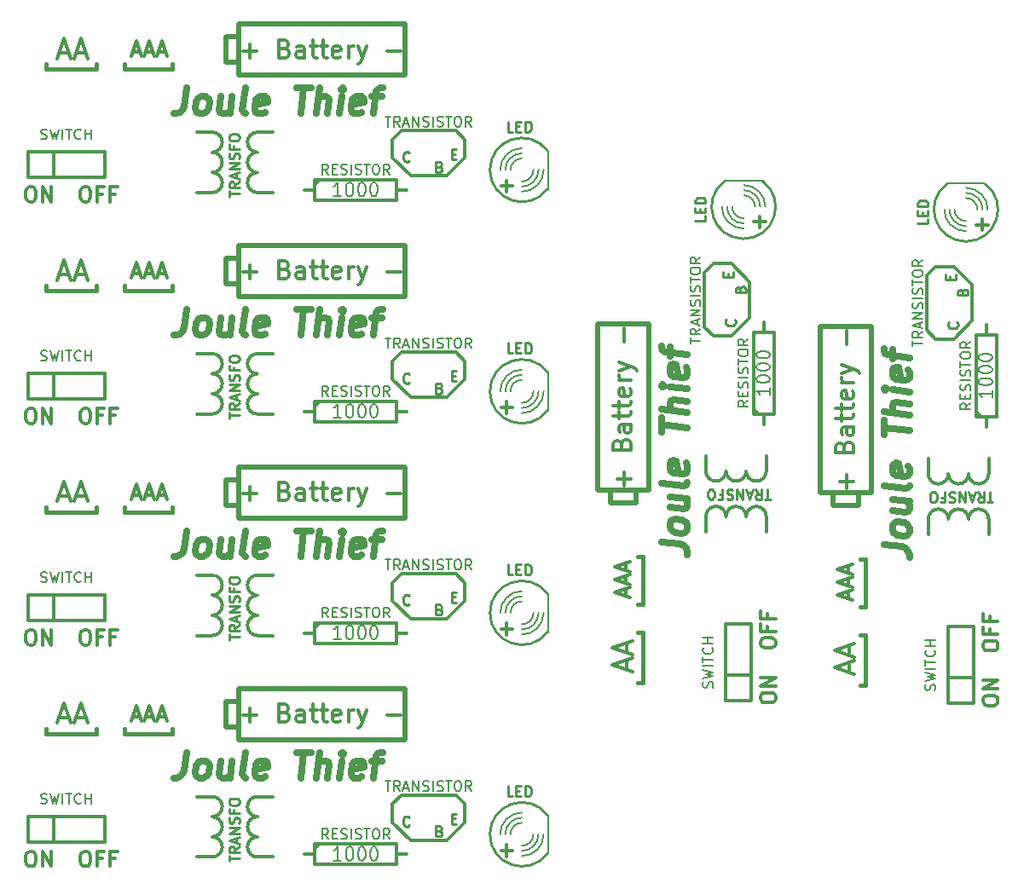
<source format=gto>
%MOIN*%
%OFA0B0*%
%FSLAX46Y46*%
%IPPOS*%
%LPD*%
%ADD10C,0.005905511811023622*%
%ADD11C,0.015748031496062995*%
%ADD12C,0.0078740157480314977*%
%ADD13C,0.011811023622047244*%
%ADD14C,0.025*%
%ADD15C,0.01*%
%ADD16C,0.02*%
%ADD17C,0.008*%
%ADD18C,0.006000000000000001*%
%ADD19C,0.012000000000000002*%
%ADD20C,0.00984251968503937*%
%ADD31C,0.005905511811023622*%
%ADD32C,0.015748031496062995*%
%ADD33C,0.0078740157480314977*%
%ADD34C,0.011811023622047244*%
%ADD35C,0.025*%
%ADD36C,0.01*%
%ADD37C,0.02*%
%ADD38C,0.008*%
%ADD39C,0.006000000000000001*%
%ADD40C,0.012000000000000002*%
%ADD41C,0.00984251968503937*%
%ADD52C,0.005905511811023622*%
%ADD53C,0.015748031496062995*%
%ADD54C,0.0078740157480314977*%
%ADD55C,0.011811023622047244*%
%ADD56C,0.025*%
%ADD57C,0.01*%
%ADD58C,0.02*%
%ADD59C,0.008*%
%ADD60C,0.006000000000000001*%
%ADD61C,0.012000000000000002*%
%ADD62C,0.00984251968503937*%
%ADD73C,0.005905511811023622*%
%ADD74C,0.015748031496062995*%
%ADD75C,0.0078740157480314977*%
%ADD76C,0.011811023622047244*%
%ADD77C,0.025*%
%ADD78C,0.01*%
%ADD79C,0.02*%
%ADD80C,0.008*%
%ADD81C,0.006000000000000001*%
%ADD82C,0.012000000000000002*%
%ADD83C,0.00984251968503937*%
%ADD94C,0.005905511811023622*%
%ADD95C,0.015748031496062995*%
%ADD96C,0.0078740157480314977*%
%ADD97C,0.011811023622047244*%
%ADD98C,0.025*%
%ADD99C,0.01*%
%ADD100C,0.02*%
%ADD101C,0.008*%
%ADD102C,0.006000000000000001*%
%ADD103C,0.012000000000000002*%
%ADD104C,0.00984251968503937*%
%ADD115C,0.005905511811023622*%
%ADD116C,0.015748031496062995*%
%ADD117C,0.0078740157480314977*%
%ADD118C,0.011811023622047244*%
%ADD119C,0.025*%
%ADD120C,0.01*%
%ADD121C,0.02*%
%ADD122C,0.008*%
%ADD123C,0.006000000000000001*%
%ADD124C,0.012000000000000002*%
%ADD125C,0.00984251968503937*%
%LPD*%
G01*
D10*
D11*
X0000638976Y0002280314D02*
X0000638976Y0002299999D01*
X0000451968Y0002280314D02*
X0000638976Y0002280314D01*
X0000451968Y0002299999D02*
X0000451968Y0002280314D01*
X0000343700Y0002290157D02*
X0000343700Y0002299999D01*
X0000146850Y0002280314D02*
X0000343700Y0002280314D01*
X0000146850Y0002299999D02*
X0000146850Y0002280314D01*
D12*
X0001249681Y0001868803D02*
X0001236557Y0001887551D01*
X0001227183Y0001868803D02*
X0001227183Y0001908173D01*
X0001242182Y0001908173D01*
X0001245931Y0001906299D01*
X0001247806Y0001904424D01*
X0001249681Y0001900674D01*
X0001249681Y0001895050D01*
X0001247806Y0001891301D01*
X0001245931Y0001889425D01*
X0001242182Y0001887551D01*
X0001227183Y0001887551D01*
X0001266553Y0001889425D02*
X0001279677Y0001889425D01*
X0001285301Y0001868803D02*
X0001266553Y0001868803D01*
X0001266553Y0001908173D01*
X0001285301Y0001908173D01*
X0001300299Y0001870678D02*
X0001305923Y0001868803D01*
X0001315297Y0001868803D01*
X0001319046Y0001870678D01*
X0001320921Y0001872553D01*
X0001322796Y0001876302D01*
X0001322796Y0001880052D01*
X0001320921Y0001883801D01*
X0001319046Y0001885676D01*
X0001315297Y0001887551D01*
X0001307797Y0001889425D01*
X0001304049Y0001891301D01*
X0001302174Y0001893175D01*
X0001300299Y0001896925D01*
X0001300299Y0001900674D01*
X0001302174Y0001904424D01*
X0001304049Y0001906299D01*
X0001307797Y0001908173D01*
X0001317172Y0001908173D01*
X0001322796Y0001906299D01*
X0001339669Y0001868803D02*
X0001339669Y0001908173D01*
X0001356542Y0001870678D02*
X0001362167Y0001868803D01*
X0001371539Y0001868803D01*
X0001375290Y0001870678D01*
X0001377165Y0001872553D01*
X0001379039Y0001876302D01*
X0001379039Y0001880052D01*
X0001377165Y0001883801D01*
X0001375290Y0001885676D01*
X0001371539Y0001887551D01*
X0001364041Y0001889425D01*
X0001360292Y0001891301D01*
X0001358416Y0001893175D01*
X0001356542Y0001896925D01*
X0001356542Y0001900674D01*
X0001358416Y0001904424D01*
X0001360292Y0001906299D01*
X0001364041Y0001908173D01*
X0001373415Y0001908173D01*
X0001379039Y0001906299D01*
X0001390288Y0001908173D02*
X0001412785Y0001908173D01*
X0001401537Y0001868803D02*
X0001401537Y0001908173D01*
X0001433408Y0001908173D02*
X0001440907Y0001908173D01*
X0001444656Y0001906299D01*
X0001448406Y0001902548D01*
X0001450281Y0001895050D01*
X0001450281Y0001881927D01*
X0001448406Y0001874428D01*
X0001444656Y0001870678D01*
X0001440907Y0001868803D01*
X0001433408Y0001868803D01*
X0001429658Y0001870678D01*
X0001425909Y0001874428D01*
X0001424034Y0001881927D01*
X0001424034Y0001895050D01*
X0001425909Y0001902548D01*
X0001429658Y0001906299D01*
X0001433408Y0001908173D01*
X0001489651Y0001868803D02*
X0001476527Y0001887551D01*
X0001467153Y0001868803D02*
X0001467153Y0001908173D01*
X0001482151Y0001908173D01*
X0001485901Y0001906299D01*
X0001487776Y0001904424D01*
X0001489651Y0001900674D01*
X0001489651Y0001895050D01*
X0001487776Y0001891301D01*
X0001485901Y0001889425D01*
X0001482151Y0001887551D01*
X0001467153Y0001887551D01*
X0000127165Y0002008473D02*
X0000132789Y0002006599D01*
X0000142163Y0002006599D01*
X0000145912Y0002008473D01*
X0000147787Y0002010348D01*
X0000149662Y0002014098D01*
X0000149662Y0002017847D01*
X0000147787Y0002021596D01*
X0000145912Y0002023470D01*
X0000142163Y0002025345D01*
X0000134664Y0002027221D01*
X0000130914Y0002029096D01*
X0000129038Y0002030971D01*
X0000127165Y0002034720D01*
X0000127165Y0002038469D01*
X0000129038Y0002042218D01*
X0000130914Y0002044093D01*
X0000134664Y0002045969D01*
X0000144038Y0002045969D01*
X0000149662Y0002044093D01*
X0000162784Y0002045969D02*
X0000172159Y0002006599D01*
X0000179657Y0002034720D01*
X0000187157Y0002006599D01*
X0000196531Y0002045969D01*
X0000211529Y0002006599D02*
X0000211529Y0002045969D01*
X0000224652Y0002045969D02*
X0000247150Y0002045969D01*
X0000235900Y0002006599D02*
X0000235900Y0002045969D01*
X0000282770Y0002010348D02*
X0000280895Y0002008473D01*
X0000275271Y0002006599D01*
X0000271522Y0002006599D01*
X0000265897Y0002008473D01*
X0000262148Y0002012223D01*
X0000260272Y0002015972D01*
X0000258398Y0002023470D01*
X0000258398Y0002029096D01*
X0000260272Y0002036595D01*
X0000262148Y0002040344D01*
X0000265897Y0002044093D01*
X0000271522Y0002045969D01*
X0000275271Y0002045969D01*
X0000280895Y0002044093D01*
X0000282770Y0002042218D01*
X0000299643Y0002006599D02*
X0000299643Y0002045969D01*
X0000299643Y0002027221D02*
X0000322140Y0002027221D01*
X0000322140Y0002006599D02*
X0000322140Y0002045969D01*
X0001472309Y0002095181D02*
X0001494805Y0002095181D01*
X0001483558Y0002055810D02*
X0001483558Y0002095181D01*
X0001530427Y0002055810D02*
X0001517303Y0002074558D01*
X0001507930Y0002055810D02*
X0001507930Y0002095181D01*
X0001522928Y0002095181D01*
X0001526677Y0002093306D01*
X0001528552Y0002091432D01*
X0001530427Y0002087682D01*
X0001530427Y0002082058D01*
X0001528552Y0002078307D01*
X0001526677Y0002076434D01*
X0001522928Y0002074558D01*
X0001507930Y0002074558D01*
X0001545425Y0002067060D02*
X0001564173Y0002067060D01*
X0001541675Y0002055810D02*
X0001554799Y0002095181D01*
X0001567922Y0002055810D01*
X0001581045Y0002055810D02*
X0001581045Y0002095181D01*
X0001603543Y0002055810D01*
X0001603543Y0002095181D01*
X0001620416Y0002057686D02*
X0001626040Y0002055810D01*
X0001635414Y0002055810D01*
X0001639163Y0002057686D01*
X0001641038Y0002059561D01*
X0001642912Y0002063310D01*
X0001642912Y0002067060D01*
X0001641038Y0002070809D01*
X0001639163Y0002072684D01*
X0001635414Y0002074558D01*
X0001627915Y0002076434D01*
X0001624165Y0002078307D01*
X0001622290Y0002080183D01*
X0001620416Y0002083933D01*
X0001620416Y0002087682D01*
X0001622290Y0002091432D01*
X0001624165Y0002093306D01*
X0001627915Y0002095181D01*
X0001637288Y0002095181D01*
X0001642912Y0002093306D01*
X0001659786Y0002055810D02*
X0001659786Y0002095181D01*
X0001676658Y0002057686D02*
X0001682282Y0002055810D01*
X0001691657Y0002055810D01*
X0001695405Y0002057686D01*
X0001697281Y0002059561D01*
X0001699156Y0002063310D01*
X0001699156Y0002067060D01*
X0001697281Y0002070809D01*
X0001695405Y0002072684D01*
X0001691657Y0002074558D01*
X0001684158Y0002076434D01*
X0001680408Y0002078307D01*
X0001678533Y0002080183D01*
X0001676658Y0002083933D01*
X0001676658Y0002087682D01*
X0001678533Y0002091432D01*
X0001680408Y0002093306D01*
X0001684158Y0002095181D01*
X0001693531Y0002095181D01*
X0001699156Y0002093306D01*
X0001710404Y0002095181D02*
X0001732900Y0002095181D01*
X0001721653Y0002055810D02*
X0001721653Y0002095181D01*
X0001753524Y0002095181D02*
X0001761023Y0002095181D01*
X0001764772Y0002093306D01*
X0001768522Y0002089557D01*
X0001770397Y0002082058D01*
X0001770397Y0002068935D01*
X0001768522Y0002061435D01*
X0001764772Y0002057686D01*
X0001761023Y0002055810D01*
X0001753524Y0002055810D01*
X0001749774Y0002057686D01*
X0001746025Y0002061435D01*
X0001744150Y0002068935D01*
X0001744150Y0002082058D01*
X0001746025Y0002089557D01*
X0001749774Y0002093306D01*
X0001753524Y0002095181D01*
X0001809767Y0002055810D02*
X0001796643Y0002074558D01*
X0001787270Y0002055810D02*
X0001787270Y0002095181D01*
X0001802268Y0002095181D01*
X0001806017Y0002093306D01*
X0001807892Y0002091432D01*
X0001809767Y0002087682D01*
X0001809767Y0002082058D01*
X0001807892Y0002078307D01*
X0001806017Y0002076434D01*
X0001802268Y0002074558D01*
X0001787270Y0002074558D01*
D13*
X0000082170Y0001820528D02*
X0000093419Y0001820528D01*
X0000099043Y0001817716D01*
X0000104667Y0001812092D01*
X0000107480Y0001800843D01*
X0000107480Y0001781158D01*
X0000104667Y0001769909D01*
X0000099043Y0001764284D01*
X0000093419Y0001761473D01*
X0000082170Y0001761473D01*
X0000076546Y0001764284D01*
X0000070922Y0001769909D01*
X0000068110Y0001781158D01*
X0000068110Y0001800843D01*
X0000070922Y0001812092D01*
X0000076546Y0001817716D01*
X0000082170Y0001820528D01*
X0000132789Y0001761473D02*
X0000132789Y0001820528D01*
X0000166535Y0001761473D01*
X0000166535Y0001820528D01*
X0000295894Y0001820528D02*
X0000307142Y0001820528D01*
X0000312767Y0001817716D01*
X0000318391Y0001812092D01*
X0000321203Y0001800843D01*
X0000321203Y0001781158D01*
X0000318391Y0001769909D01*
X0000312767Y0001764284D01*
X0000307142Y0001761473D01*
X0000295894Y0001761473D01*
X0000290269Y0001764284D01*
X0000284645Y0001769909D01*
X0000281833Y0001781158D01*
X0000281833Y0001800843D01*
X0000284645Y0001812092D01*
X0000290269Y0001817716D01*
X0000295894Y0001820528D01*
X0000366197Y0001792407D02*
X0000346512Y0001792407D01*
X0000346512Y0001761473D02*
X0000346512Y0001820528D01*
X0000374634Y0001820528D01*
X0000416816Y0001792407D02*
X0000397131Y0001792407D01*
X0000397131Y0001761473D02*
X0000397131Y0001820528D01*
X0000425252Y0001820528D01*
D14*
X0000697302Y0002207124D02*
X0000688373Y0002135695D01*
X0000681826Y0002121409D01*
X0000671112Y0002111885D01*
X0000656230Y0002107124D01*
X0000646706Y0002107124D01*
X0000746707Y0002107124D02*
X0000737778Y0002111885D01*
X0000733612Y0002116647D01*
X0000730039Y0002126171D01*
X0000733612Y0002154743D01*
X0000739564Y0002164266D01*
X0000744921Y0002169028D01*
X0000755040Y0002173790D01*
X0000769326Y0002173790D01*
X0000778254Y0002169028D01*
X0000782421Y0002164266D01*
X0000785992Y0002154743D01*
X0000782421Y0002126171D01*
X0000776469Y0002116647D01*
X0000771112Y0002111885D01*
X0000760992Y0002107124D01*
X0000746707Y0002107124D01*
X0000874088Y0002173790D02*
X0000865754Y0002107124D01*
X0000831231Y0002173790D02*
X0000824683Y0002121409D01*
X0000828254Y0002111885D01*
X0000837183Y0002107124D01*
X0000851469Y0002107124D01*
X0000861588Y0002111885D01*
X0000866945Y0002116647D01*
X0000927659Y0002107124D02*
X0000918731Y0002111885D01*
X0000915159Y0002121409D01*
X0000925873Y0002207124D01*
X0001004445Y0002111885D02*
X0000994326Y0002107124D01*
X0000975278Y0002107124D01*
X0000966350Y0002111885D01*
X0000962778Y0002121409D01*
X0000967540Y0002159505D01*
X0000973492Y0002169028D01*
X0000983612Y0002173790D01*
X0001002659Y0002173790D01*
X0001011587Y0002169028D01*
X0001015158Y0002159505D01*
X0001013968Y0002149981D01*
X0000965158Y0002140457D01*
X0001125873Y0002207124D02*
X0001183016Y0002207124D01*
X0001141945Y0002107124D02*
X0001154445Y0002207124D01*
X0001203850Y0002107124D02*
X0001216350Y0002207124D01*
X0001246707Y0002107124D02*
X0001253254Y0002159505D01*
X0001249683Y0002169028D01*
X0001240754Y0002173790D01*
X0001226469Y0002173790D01*
X0001216350Y0002169028D01*
X0001210992Y0002164266D01*
X0001294326Y0002107124D02*
X0001302658Y0002173790D01*
X0001306826Y0002207124D02*
X0001301469Y0002202362D01*
X0001305634Y0002197600D01*
X0001310992Y0002202362D01*
X0001306826Y0002207124D01*
X0001305634Y0002197600D01*
X0001380635Y0002111885D02*
X0001370516Y0002107124D01*
X0001351469Y0002107124D01*
X0001342540Y0002111885D01*
X0001338968Y0002121409D01*
X0001343731Y0002159505D01*
X0001349683Y0002169028D01*
X0001359802Y0002173790D01*
X0001378850Y0002173790D01*
X0001387778Y0002169028D01*
X0001391350Y0002159505D01*
X0001390159Y0002149981D01*
X0001341350Y0002140457D01*
X0001421707Y0002173790D02*
X0001459802Y0002173790D01*
X0001427659Y0002107124D02*
X0001438373Y0002192838D01*
X0001444325Y0002202362D01*
X0001454445Y0002207124D01*
X0001463969Y0002207124D01*
D13*
X0001925534Y0001823340D02*
X0001970528Y0001823340D01*
X0001948031Y0001800843D02*
X0001948031Y0001845837D01*
D15*
X0001685140Y0001899313D02*
X0001690854Y0001897408D01*
X0001692759Y0001895504D01*
X0001694664Y0001891694D01*
X0001694664Y0001885980D01*
X0001692759Y0001882170D01*
X0001690854Y0001880266D01*
X0001687045Y0001878361D01*
X0001671807Y0001878361D01*
X0001671807Y0001918361D01*
X0001685140Y0001918361D01*
X0001688949Y0001916456D01*
X0001690854Y0001914551D01*
X0001692759Y0001910742D01*
X0001692759Y0001906932D01*
X0001690854Y0001903123D01*
X0001688949Y0001901218D01*
X0001685140Y0001899313D01*
X0001671807Y0001899313D01*
X0001566710Y0001921540D02*
X0001564806Y0001919636D01*
X0001559091Y0001917731D01*
X0001555281Y0001917731D01*
X0001549568Y0001919636D01*
X0001545759Y0001923445D01*
X0001543854Y0001927255D01*
X0001541949Y0001934874D01*
X0001541949Y0001940588D01*
X0001543854Y0001948207D01*
X0001545759Y0001952017D01*
X0001549568Y0001955825D01*
X0001555281Y0001957731D01*
X0001559091Y0001957731D01*
X0001564806Y0001955825D01*
X0001566710Y0001953921D01*
X0001732766Y0001948526D02*
X0001746099Y0001948526D01*
X0001751814Y0001927573D02*
X0001732766Y0001927573D01*
X0001732766Y0001967573D01*
X0001751814Y0001967573D01*
D16*
X0000899999Y0002257283D02*
X0001549998Y0002257283D01*
X0000899999Y0002457283D02*
X0001549998Y0002457283D01*
X0000899999Y0002407283D02*
X0000849999Y0002407283D01*
X0000849999Y0002407283D02*
X0000849999Y0002307283D01*
X0000849999Y0002307283D02*
X0000899999Y0002307283D01*
X0000899999Y0002257283D02*
X0000899999Y0002457283D01*
X0001549998Y0002457283D02*
X0001549998Y0002257283D01*
D13*
X0000796456Y0001798031D02*
X0000737400Y0001798031D01*
X0000796456Y0002034250D02*
X0000737400Y0002034250D01*
X0000973621Y0002034250D02*
X0001032675Y0002034250D01*
X0000973621Y0001798031D02*
X0001032675Y0001798031D01*
X0000796456Y0001798031D02*
G75*
G03X0000835826Y0001837401J0000039370D01*
G01*
X0000835826Y0001837401D02*
G75*
G03X0000796456Y0001876771I-0000039370D01*
G01*
X0000796456Y0001876771D02*
G75*
G03X0000835826Y0001916141J0000039370D01*
G01*
X0000835826Y0001916141D02*
G75*
G03X0000796456Y0001955511I-0000039370D01*
G01*
X0000796456Y0001955511D02*
G75*
G03X0000835826Y0001994881J0000039370D01*
G01*
X0000835826Y0001994881D02*
G75*
G03X0000796456Y0002034250I-0000039370D01*
G01*
X0000934251Y0001837401D02*
G75*
G03X0000973621Y0001798031I0000039370D01*
G01*
X0000973621Y0001876771D02*
G75*
G03X0000934251Y0001837401J-0000039370D01*
G01*
X0000934251Y0001916141D02*
G75*
G03X0000973621Y0001876771I0000039370D01*
G01*
X0000973621Y0001955511D02*
G75*
G03X0000934251Y0001916141J-0000039370D01*
G01*
X0000934251Y0001994881D02*
G75*
G03X0000973621Y0001955511I0000039370D01*
G01*
X0000973621Y0002034250D02*
G75*
G03X0000934251Y0001994881J-0000039370D01*
G01*
D17*
X0002109243Y0001811614D02*
X0002109243Y0001961614D01*
D15*
X0002107165Y0001961719D02*
G75*
G03X0002107243Y0001811614I-0000099921J-0000075105D01*
G01*
D18*
X0002007243Y0001931614D02*
G75*
G03X0001962243Y0001886614J-0000044999D01*
G01*
X0002007243Y0001841614D02*
G75*
G03X0002052242Y0001886614J0000044999D01*
G01*
X0002007243Y0001951614D02*
G75*
G03X0001942243Y0001886614J-0000065000D01*
G01*
X0002007243Y0001821614D02*
G75*
G03X0002072242Y0001886614J0000065000D01*
G01*
X0002007243Y0001971614D02*
G75*
G03X0001922243Y0001886614J-0000084999D01*
G01*
X0002007243Y0001801614D02*
G75*
G03X0002092242Y0001886614J0000084999D01*
G01*
D19*
X0001748978Y0002040079D02*
X0001536847Y0002040079D01*
X0001536847Y0002040079D02*
X0001501491Y0002004724D01*
X0001501491Y0002004724D02*
X0001501491Y0001934013D01*
X0001501491Y0001934013D02*
X0001572202Y0001863302D01*
X0001572202Y0001863302D02*
X0001713623Y0001863302D01*
X0001713623Y0001863302D02*
X0001784334Y0001934013D01*
X0001784334Y0001934013D02*
X0001784334Y0002004724D01*
X0001784334Y0002004724D02*
X0001748978Y0002040079D01*
X0001157480Y0001807873D02*
X0001197480Y0001807873D01*
X0001197480Y0001807873D02*
X0001197480Y0001847872D01*
X0001197480Y0001847872D02*
X0001517480Y0001847872D01*
X0001517480Y0001847872D02*
X0001517480Y0001767873D01*
X0001517480Y0001767873D02*
X0001197480Y0001767873D01*
X0001197480Y0001767873D02*
X0001197480Y0001807873D01*
X0001197480Y0001827873D02*
X0001217480Y0001847872D01*
X0001557479Y0001807873D02*
X0001517480Y0001807873D01*
X0000075590Y0001856298D02*
X0000075590Y0001956299D01*
X0000075590Y0001956299D02*
X0000375590Y0001956299D01*
X0000375590Y0001956299D02*
X0000375590Y0001856298D01*
X0000375590Y0001856298D02*
X0000075590Y0001856298D01*
X0000175590Y0001956299D02*
X0000175590Y0001856298D01*
D13*
X0000485320Y0002347440D02*
X0000513441Y0002347440D01*
X0000479696Y0002330567D02*
X0000499381Y0002389623D01*
X0000519066Y0002330567D01*
X0000535939Y0002347440D02*
X0000564060Y0002347440D01*
X0000530314Y0002330567D02*
X0000549999Y0002389623D01*
X0000569684Y0002330567D01*
X0000586557Y0002347440D02*
X0000614679Y0002347440D01*
X0000580933Y0002330567D02*
X0000600618Y0002389623D01*
X0000620303Y0002330567D01*
X0000197505Y0002344160D02*
X0000235001Y0002344160D01*
X0000190007Y0002321662D02*
X0000216254Y0002400402D01*
X0000242500Y0002321662D01*
X0000264997Y0002344160D02*
X0000302493Y0002344160D01*
X0000257498Y0002321662D02*
X0000283745Y0002400402D01*
X0000309992Y0002321662D01*
D19*
X0000916666Y0002352283D02*
X0000969999Y0002352283D01*
X0000943333Y0002325616D02*
X0000943333Y0002378950D01*
X0001079999Y0002362283D02*
X0001089999Y0002358950D01*
X0001093333Y0002355616D01*
X0001096666Y0002348950D01*
X0001096666Y0002338950D01*
X0001093333Y0002332283D01*
X0001089999Y0002328950D01*
X0001083333Y0002325616D01*
X0001056666Y0002325616D01*
X0001056666Y0002395616D01*
X0001079999Y0002395616D01*
X0001086666Y0002392283D01*
X0001089999Y0002388950D01*
X0001093333Y0002382283D01*
X0001093333Y0002375616D01*
X0001089999Y0002368950D01*
X0001086666Y0002365616D01*
X0001079999Y0002362283D01*
X0001056666Y0002362283D01*
X0001156666Y0002325616D02*
X0001156666Y0002362283D01*
X0001153333Y0002368950D01*
X0001146666Y0002372283D01*
X0001133333Y0002372283D01*
X0001126666Y0002368950D01*
X0001156666Y0002328950D02*
X0001149999Y0002325616D01*
X0001133333Y0002325616D01*
X0001126666Y0002328950D01*
X0001123333Y0002335616D01*
X0001123333Y0002342283D01*
X0001126666Y0002348950D01*
X0001133333Y0002352283D01*
X0001149999Y0002352283D01*
X0001156666Y0002355616D01*
X0001179999Y0002372283D02*
X0001206666Y0002372283D01*
X0001189999Y0002395616D02*
X0001189999Y0002335616D01*
X0001193333Y0002328950D01*
X0001199999Y0002325616D01*
X0001206666Y0002325616D01*
X0001219999Y0002372283D02*
X0001246666Y0002372283D01*
X0001229999Y0002395616D02*
X0001229999Y0002335616D01*
X0001233333Y0002328950D01*
X0001239999Y0002325616D01*
X0001246666Y0002325616D01*
X0001296666Y0002328950D02*
X0001289999Y0002325616D01*
X0001276666Y0002325616D01*
X0001269999Y0002328950D01*
X0001266666Y0002335616D01*
X0001266666Y0002362283D01*
X0001269999Y0002368950D01*
X0001276666Y0002372283D01*
X0001289999Y0002372283D01*
X0001296666Y0002368950D01*
X0001299999Y0002362283D01*
X0001299999Y0002355616D01*
X0001266666Y0002348950D01*
X0001329999Y0002325616D02*
X0001329999Y0002372283D01*
X0001329999Y0002358950D02*
X0001333333Y0002365616D01*
X0001336666Y0002368950D01*
X0001343333Y0002372283D01*
X0001349998Y0002372283D01*
X0001366666Y0002372283D02*
X0001383333Y0002325616D01*
X0001399999Y0002372283D02*
X0001383333Y0002325616D01*
X0001376666Y0002308950D01*
X0001373333Y0002305616D01*
X0001366666Y0002302283D01*
X0001479999Y0002352283D02*
X0001533333Y0002352283D01*
D20*
X0000862691Y0001781469D02*
X0000862691Y0001803966D01*
X0000902062Y0001792718D02*
X0000862691Y0001792718D01*
X0000902062Y0001839587D02*
X0000883314Y0001826464D01*
X0000902062Y0001817090D02*
X0000862691Y0001817090D01*
X0000862691Y0001832088D01*
X0000864566Y0001835837D01*
X0000866441Y0001837712D01*
X0000870191Y0001839587D01*
X0000875815Y0001839587D01*
X0000879564Y0001837712D01*
X0000881439Y0001835837D01*
X0000883314Y0001832088D01*
X0000883314Y0001817090D01*
X0000890813Y0001854585D02*
X0000890813Y0001873333D01*
X0000902062Y0001850835D02*
X0000862691Y0001863958D01*
X0000902062Y0001877081D01*
X0000902062Y0001890206D02*
X0000862691Y0001890206D01*
X0000902062Y0001912702D01*
X0000862691Y0001912702D01*
X0000900187Y0001929576D02*
X0000902062Y0001935200D01*
X0000902062Y0001944574D01*
X0000900187Y0001948323D01*
X0000898312Y0001950197D01*
X0000894562Y0001952073D01*
X0000890813Y0001952073D01*
X0000887063Y0001950197D01*
X0000885189Y0001948323D01*
X0000883314Y0001944574D01*
X0000881439Y0001937074D01*
X0000879564Y0001933325D01*
X0000877690Y0001931450D01*
X0000873940Y0001929576D01*
X0000870191Y0001929576D01*
X0000866441Y0001931450D01*
X0000864566Y0001933325D01*
X0000862691Y0001937074D01*
X0000862691Y0001946449D01*
X0000864566Y0001952073D01*
X0000881439Y0001982069D02*
X0000881439Y0001968946D01*
X0000902062Y0001968946D02*
X0000862691Y0001968946D01*
X0000862691Y0001987693D01*
X0000862691Y0002010190D02*
X0000862691Y0002017690D01*
X0000864566Y0002021439D01*
X0000868316Y0002025189D01*
X0000875815Y0002027064D01*
X0000888938Y0002027064D01*
X0000896437Y0002025189D01*
X0000900187Y0002021439D01*
X0000902062Y0002017690D01*
X0000902062Y0002010190D01*
X0000900187Y0002006441D01*
X0000896437Y0002002692D01*
X0000888938Y0002000817D01*
X0000875815Y0002000817D01*
X0000868316Y0002002692D01*
X0000864566Y0002006441D01*
X0000862691Y0002010190D01*
D15*
X0001971529Y0002035841D02*
X0001952482Y0002035841D01*
X0001952482Y0002075841D01*
X0001984862Y0002056794D02*
X0001998196Y0002056794D01*
X0002003909Y0002035841D02*
X0001984862Y0002035841D01*
X0001984862Y0002075841D01*
X0002003909Y0002075841D01*
X0002021053Y0002035841D02*
X0002021053Y0002075841D01*
X0002030577Y0002075841D01*
X0002036290Y0002073935D01*
X0002040101Y0002070126D01*
X0002042005Y0002066317D01*
X0002043910Y0002058698D01*
X0002043910Y0002052984D01*
X0002042005Y0002045364D01*
X0002040101Y0002041554D01*
X0002036290Y0002037745D01*
X0002030577Y0002035841D01*
X0002021053Y0002035841D01*
D17*
X0001300337Y0001782992D02*
X0001271765Y0001782992D01*
X0001286051Y0001782992D02*
X0001286051Y0001837992D01*
X0001281289Y0001830135D01*
X0001276527Y0001824897D01*
X0001271765Y0001822278D01*
X0001331288Y0001837992D02*
X0001336051Y0001837992D01*
X0001340813Y0001835373D01*
X0001343194Y0001832754D01*
X0001345575Y0001827516D01*
X0001347956Y0001817039D01*
X0001347956Y0001803944D01*
X0001345575Y0001793469D01*
X0001343194Y0001788231D01*
X0001340813Y0001785612D01*
X0001336051Y0001782992D01*
X0001331288Y0001782992D01*
X0001326527Y0001785612D01*
X0001324146Y0001788231D01*
X0001321765Y0001793469D01*
X0001319384Y0001803944D01*
X0001319384Y0001817039D01*
X0001321765Y0001827516D01*
X0001324146Y0001832754D01*
X0001326527Y0001835373D01*
X0001331288Y0001837992D01*
X0001378908Y0001837992D02*
X0001383670Y0001837992D01*
X0001388432Y0001835373D01*
X0001390813Y0001832754D01*
X0001393194Y0001827516D01*
X0001395575Y0001817039D01*
X0001395575Y0001803944D01*
X0001393194Y0001793469D01*
X0001390813Y0001788231D01*
X0001388432Y0001785612D01*
X0001383670Y0001782992D01*
X0001378908Y0001782992D01*
X0001374146Y0001785612D01*
X0001371765Y0001788231D01*
X0001369383Y0001793469D01*
X0001367003Y0001803944D01*
X0001367003Y0001817039D01*
X0001369383Y0001827516D01*
X0001371765Y0001832754D01*
X0001374146Y0001835373D01*
X0001378908Y0001837992D01*
X0001426527Y0001837992D02*
X0001431289Y0001837992D01*
X0001436051Y0001835373D01*
X0001438432Y0001832754D01*
X0001440812Y0001827516D01*
X0001443194Y0001817039D01*
X0001443194Y0001803944D01*
X0001440812Y0001793469D01*
X0001438432Y0001788231D01*
X0001436051Y0001785612D01*
X0001431289Y0001782992D01*
X0001426527Y0001782992D01*
X0001421765Y0001785612D01*
X0001419384Y0001788231D01*
X0001417003Y0001793469D01*
X0001414622Y0001803944D01*
X0001414622Y0001817039D01*
X0001417003Y0001827516D01*
X0001419384Y0001832754D01*
X0001421765Y0001835373D01*
X0001426527Y0001837992D01*
G01*
D31*
D32*
X0000638976Y0003146456D02*
X0000638976Y0003166141D01*
X0000451968Y0003146456D02*
X0000638976Y0003146456D01*
X0000451968Y0003166141D02*
X0000451968Y0003146456D01*
X0000343700Y0003156299D02*
X0000343700Y0003166141D01*
X0000146850Y0003146456D02*
X0000343700Y0003146456D01*
X0000146850Y0003166141D02*
X0000146850Y0003146456D01*
D33*
X0001249681Y0002734945D02*
X0001236557Y0002753692D01*
X0001227183Y0002734945D02*
X0001227183Y0002774315D01*
X0001242182Y0002774315D01*
X0001245931Y0002772440D01*
X0001247806Y0002770566D01*
X0001249681Y0002766816D01*
X0001249681Y0002761192D01*
X0001247806Y0002757442D01*
X0001245931Y0002755567D01*
X0001242182Y0002753692D01*
X0001227183Y0002753692D01*
X0001266553Y0002755567D02*
X0001279677Y0002755567D01*
X0001285301Y0002734945D02*
X0001266553Y0002734945D01*
X0001266553Y0002774315D01*
X0001285301Y0002774315D01*
X0001300299Y0002736820D02*
X0001305923Y0002734945D01*
X0001315297Y0002734945D01*
X0001319046Y0002736820D01*
X0001320921Y0002738695D01*
X0001322796Y0002742444D01*
X0001322796Y0002746194D01*
X0001320921Y0002749943D01*
X0001319046Y0002751818D01*
X0001315297Y0002753692D01*
X0001307797Y0002755567D01*
X0001304049Y0002757442D01*
X0001302174Y0002759316D01*
X0001300299Y0002763067D01*
X0001300299Y0002766816D01*
X0001302174Y0002770566D01*
X0001304049Y0002772440D01*
X0001307797Y0002774315D01*
X0001317172Y0002774315D01*
X0001322796Y0002772440D01*
X0001339669Y0002734945D02*
X0001339669Y0002774315D01*
X0001356542Y0002736820D02*
X0001362167Y0002734945D01*
X0001371539Y0002734945D01*
X0001375290Y0002736820D01*
X0001377165Y0002738695D01*
X0001379039Y0002742444D01*
X0001379039Y0002746194D01*
X0001377165Y0002749943D01*
X0001375290Y0002751818D01*
X0001371539Y0002753692D01*
X0001364041Y0002755567D01*
X0001360292Y0002757442D01*
X0001358416Y0002759316D01*
X0001356542Y0002763067D01*
X0001356542Y0002766816D01*
X0001358416Y0002770566D01*
X0001360292Y0002772440D01*
X0001364041Y0002774315D01*
X0001373415Y0002774315D01*
X0001379039Y0002772440D01*
X0001390288Y0002774315D02*
X0001412785Y0002774315D01*
X0001401537Y0002734945D02*
X0001401537Y0002774315D01*
X0001433408Y0002774315D02*
X0001440907Y0002774315D01*
X0001444656Y0002772440D01*
X0001448406Y0002768691D01*
X0001450281Y0002761192D01*
X0001450281Y0002748068D01*
X0001448406Y0002740569D01*
X0001444656Y0002736820D01*
X0001440907Y0002734945D01*
X0001433408Y0002734945D01*
X0001429658Y0002736820D01*
X0001425909Y0002740569D01*
X0001424034Y0002748068D01*
X0001424034Y0002761192D01*
X0001425909Y0002768691D01*
X0001429658Y0002772440D01*
X0001433408Y0002774315D01*
X0001489651Y0002734945D02*
X0001476527Y0002753692D01*
X0001467153Y0002734945D02*
X0001467153Y0002774315D01*
X0001482151Y0002774315D01*
X0001485901Y0002772440D01*
X0001487776Y0002770566D01*
X0001489651Y0002766816D01*
X0001489651Y0002761192D01*
X0001487776Y0002757442D01*
X0001485901Y0002755567D01*
X0001482151Y0002753692D01*
X0001467153Y0002753692D01*
X0000127165Y0002874615D02*
X0000132789Y0002872739D01*
X0000142163Y0002872739D01*
X0000145912Y0002874615D01*
X0000147787Y0002876490D01*
X0000149662Y0002880239D01*
X0000149662Y0002883989D01*
X0000147787Y0002887738D01*
X0000145912Y0002889613D01*
X0000142163Y0002891488D01*
X0000134664Y0002893363D01*
X0000130914Y0002895237D01*
X0000129038Y0002897111D01*
X0000127165Y0002900862D01*
X0000127165Y0002904611D01*
X0000129038Y0002908361D01*
X0000130914Y0002910236D01*
X0000134664Y0002912110D01*
X0000144038Y0002912110D01*
X0000149662Y0002910236D01*
X0000162784Y0002912110D02*
X0000172159Y0002872739D01*
X0000179657Y0002900862D01*
X0000187157Y0002872739D01*
X0000196531Y0002912110D01*
X0000211529Y0002872739D02*
X0000211529Y0002912110D01*
X0000224652Y0002912110D02*
X0000247150Y0002912110D01*
X0000235900Y0002872739D02*
X0000235900Y0002912110D01*
X0000282770Y0002876490D02*
X0000280895Y0002874615D01*
X0000275271Y0002872739D01*
X0000271522Y0002872739D01*
X0000265897Y0002874615D01*
X0000262148Y0002878365D01*
X0000260272Y0002882114D01*
X0000258398Y0002889613D01*
X0000258398Y0002895237D01*
X0000260272Y0002902737D01*
X0000262148Y0002906486D01*
X0000265897Y0002910236D01*
X0000271522Y0002912110D01*
X0000275271Y0002912110D01*
X0000280895Y0002910236D01*
X0000282770Y0002908361D01*
X0000299643Y0002872739D02*
X0000299643Y0002912110D01*
X0000299643Y0002893363D02*
X0000322140Y0002893363D01*
X0000322140Y0002872739D02*
X0000322140Y0002912110D01*
X0001472309Y0002961323D02*
X0001494805Y0002961323D01*
X0001483558Y0002921953D02*
X0001483558Y0002961323D01*
X0001530427Y0002921953D02*
X0001517303Y0002940701D01*
X0001507930Y0002921953D02*
X0001507930Y0002961323D01*
X0001522928Y0002961323D01*
X0001526677Y0002959448D01*
X0001528552Y0002957572D01*
X0001530427Y0002953824D01*
X0001530427Y0002948200D01*
X0001528552Y0002944450D01*
X0001526677Y0002942575D01*
X0001522928Y0002940701D01*
X0001507930Y0002940701D01*
X0001545425Y0002933202D02*
X0001564173Y0002933202D01*
X0001541675Y0002921953D02*
X0001554799Y0002961323D01*
X0001567922Y0002921953D01*
X0001581045Y0002921953D02*
X0001581045Y0002961323D01*
X0001603543Y0002921953D01*
X0001603543Y0002961323D01*
X0001620416Y0002923828D02*
X0001626040Y0002921953D01*
X0001635414Y0002921953D01*
X0001639163Y0002923828D01*
X0001641038Y0002925702D01*
X0001642912Y0002929452D01*
X0001642912Y0002933202D01*
X0001641038Y0002936951D01*
X0001639163Y0002938826D01*
X0001635414Y0002940701D01*
X0001627915Y0002942575D01*
X0001624165Y0002944450D01*
X0001622290Y0002946325D01*
X0001620416Y0002950074D01*
X0001620416Y0002953824D01*
X0001622290Y0002957572D01*
X0001624165Y0002959448D01*
X0001627915Y0002961323D01*
X0001637288Y0002961323D01*
X0001642912Y0002959448D01*
X0001659786Y0002921953D02*
X0001659786Y0002961323D01*
X0001676658Y0002923828D02*
X0001682282Y0002921953D01*
X0001691657Y0002921953D01*
X0001695405Y0002923828D01*
X0001697281Y0002925702D01*
X0001699156Y0002929452D01*
X0001699156Y0002933202D01*
X0001697281Y0002936951D01*
X0001695405Y0002938826D01*
X0001691657Y0002940701D01*
X0001684158Y0002942575D01*
X0001680408Y0002944450D01*
X0001678533Y0002946325D01*
X0001676658Y0002950074D01*
X0001676658Y0002953824D01*
X0001678533Y0002957572D01*
X0001680408Y0002959448D01*
X0001684158Y0002961323D01*
X0001693531Y0002961323D01*
X0001699156Y0002959448D01*
X0001710404Y0002961323D02*
X0001732900Y0002961323D01*
X0001721653Y0002921953D02*
X0001721653Y0002961323D01*
X0001753524Y0002961323D02*
X0001761023Y0002961323D01*
X0001764772Y0002959448D01*
X0001768522Y0002955698D01*
X0001770397Y0002948200D01*
X0001770397Y0002935076D01*
X0001768522Y0002927577D01*
X0001764772Y0002923828D01*
X0001761023Y0002921953D01*
X0001753524Y0002921953D01*
X0001749774Y0002923828D01*
X0001746025Y0002927577D01*
X0001744150Y0002935076D01*
X0001744150Y0002948200D01*
X0001746025Y0002955698D01*
X0001749774Y0002959448D01*
X0001753524Y0002961323D01*
X0001809767Y0002921953D02*
X0001796643Y0002940701D01*
X0001787270Y0002921953D02*
X0001787270Y0002961323D01*
X0001802268Y0002961323D01*
X0001806017Y0002959448D01*
X0001807892Y0002957572D01*
X0001809767Y0002953824D01*
X0001809767Y0002948200D01*
X0001807892Y0002944450D01*
X0001806017Y0002942575D01*
X0001802268Y0002940701D01*
X0001787270Y0002940701D01*
D34*
X0000082170Y0002686670D02*
X0000093419Y0002686670D01*
X0000099043Y0002683858D01*
X0000104667Y0002678233D01*
X0000107480Y0002666985D01*
X0000107480Y0002647300D01*
X0000104667Y0002636051D01*
X0000099043Y0002630426D01*
X0000093419Y0002627615D01*
X0000082170Y0002627615D01*
X0000076546Y0002630426D01*
X0000070922Y0002636051D01*
X0000068110Y0002647300D01*
X0000068110Y0002666985D01*
X0000070922Y0002678233D01*
X0000076546Y0002683858D01*
X0000082170Y0002686670D01*
X0000132789Y0002627615D02*
X0000132789Y0002686670D01*
X0000166535Y0002627615D01*
X0000166535Y0002686670D01*
X0000295894Y0002686670D02*
X0000307142Y0002686670D01*
X0000312767Y0002683858D01*
X0000318391Y0002678233D01*
X0000321203Y0002666985D01*
X0000321203Y0002647300D01*
X0000318391Y0002636051D01*
X0000312767Y0002630426D01*
X0000307142Y0002627615D01*
X0000295894Y0002627615D01*
X0000290269Y0002630426D01*
X0000284645Y0002636051D01*
X0000281833Y0002647300D01*
X0000281833Y0002666985D01*
X0000284645Y0002678233D01*
X0000290269Y0002683858D01*
X0000295894Y0002686670D01*
X0000366197Y0002658548D02*
X0000346512Y0002658548D01*
X0000346512Y0002627615D02*
X0000346512Y0002686670D01*
X0000374634Y0002686670D01*
X0000416816Y0002658548D02*
X0000397131Y0002658548D01*
X0000397131Y0002627615D02*
X0000397131Y0002686670D01*
X0000425252Y0002686670D01*
D35*
X0000697302Y0003073265D02*
X0000688373Y0003001837D01*
X0000681826Y0002987551D01*
X0000671112Y0002978027D01*
X0000656230Y0002973264D01*
X0000646706Y0002973264D01*
X0000746707Y0002973264D02*
X0000737778Y0002978027D01*
X0000733612Y0002982789D01*
X0000730039Y0002992313D01*
X0000733612Y0003020884D01*
X0000739564Y0003030407D01*
X0000744921Y0003035170D01*
X0000755040Y0003039932D01*
X0000769326Y0003039932D01*
X0000778254Y0003035170D01*
X0000782421Y0003030407D01*
X0000785992Y0003020884D01*
X0000782421Y0002992313D01*
X0000776469Y0002982789D01*
X0000771112Y0002978027D01*
X0000760992Y0002973264D01*
X0000746707Y0002973264D01*
X0000874088Y0003039932D02*
X0000865754Y0002973264D01*
X0000831231Y0003039932D02*
X0000824683Y0002987551D01*
X0000828254Y0002978027D01*
X0000837183Y0002973264D01*
X0000851469Y0002973264D01*
X0000861588Y0002978027D01*
X0000866945Y0002982789D01*
X0000927659Y0002973264D02*
X0000918731Y0002978027D01*
X0000915159Y0002987551D01*
X0000925873Y0003073265D01*
X0001004445Y0002978027D02*
X0000994326Y0002973264D01*
X0000975278Y0002973264D01*
X0000966350Y0002978027D01*
X0000962778Y0002987551D01*
X0000967540Y0003025646D01*
X0000973492Y0003035170D01*
X0000983612Y0003039932D01*
X0001002659Y0003039932D01*
X0001011587Y0003035170D01*
X0001015158Y0003025646D01*
X0001013968Y0003016122D01*
X0000965158Y0003006599D01*
X0001125873Y0003073265D02*
X0001183016Y0003073265D01*
X0001141945Y0002973264D02*
X0001154445Y0003073265D01*
X0001203850Y0002973264D02*
X0001216350Y0003073265D01*
X0001246707Y0002973264D02*
X0001253254Y0003025646D01*
X0001249683Y0003035170D01*
X0001240754Y0003039932D01*
X0001226469Y0003039932D01*
X0001216350Y0003035170D01*
X0001210992Y0003030407D01*
X0001294326Y0002973264D02*
X0001302658Y0003039932D01*
X0001306826Y0003073265D02*
X0001301469Y0003068503D01*
X0001305634Y0003063741D01*
X0001310992Y0003068503D01*
X0001306826Y0003073265D01*
X0001305634Y0003063741D01*
X0001380635Y0002978027D02*
X0001370516Y0002973264D01*
X0001351469Y0002973264D01*
X0001342540Y0002978027D01*
X0001338968Y0002987551D01*
X0001343731Y0003025646D01*
X0001349683Y0003035170D01*
X0001359802Y0003039932D01*
X0001378850Y0003039932D01*
X0001387778Y0003035170D01*
X0001391350Y0003025646D01*
X0001390159Y0003016122D01*
X0001341350Y0003006599D01*
X0001421707Y0003039932D02*
X0001459802Y0003039932D01*
X0001427659Y0002973264D02*
X0001438373Y0003058980D01*
X0001444325Y0003068503D01*
X0001454445Y0003073265D01*
X0001463969Y0003073265D01*
D34*
X0001925534Y0002689482D02*
X0001970528Y0002689482D01*
X0001948031Y0002666985D02*
X0001948031Y0002711979D01*
D36*
X0001685140Y0002765455D02*
X0001690854Y0002763550D01*
X0001692759Y0002761645D01*
X0001694664Y0002757836D01*
X0001694664Y0002752122D01*
X0001692759Y0002748312D01*
X0001690854Y0002746407D01*
X0001687045Y0002744503D01*
X0001671807Y0002744503D01*
X0001671807Y0002784503D01*
X0001685140Y0002784503D01*
X0001688949Y0002782598D01*
X0001690854Y0002780693D01*
X0001692759Y0002776884D01*
X0001692759Y0002773073D01*
X0001690854Y0002769265D01*
X0001688949Y0002767360D01*
X0001685140Y0002765455D01*
X0001671807Y0002765455D01*
X0001566710Y0002787682D02*
X0001564806Y0002785777D01*
X0001559091Y0002783873D01*
X0001555281Y0002783873D01*
X0001549568Y0002785777D01*
X0001545759Y0002789587D01*
X0001543854Y0002793397D01*
X0001541949Y0002801016D01*
X0001541949Y0002806730D01*
X0001543854Y0002814349D01*
X0001545759Y0002818158D01*
X0001549568Y0002821967D01*
X0001555281Y0002823873D01*
X0001559091Y0002823873D01*
X0001564806Y0002821967D01*
X0001566710Y0002820063D01*
X0001732766Y0002814668D02*
X0001746099Y0002814668D01*
X0001751814Y0002793715D02*
X0001732766Y0002793715D01*
X0001732766Y0002833715D01*
X0001751814Y0002833715D01*
D37*
X0000899999Y0003123424D02*
X0001549998Y0003123424D01*
X0000899999Y0003323425D02*
X0001549998Y0003323425D01*
X0000899999Y0003273425D02*
X0000849999Y0003273425D01*
X0000849999Y0003273425D02*
X0000849999Y0003173424D01*
X0000849999Y0003173424D02*
X0000899999Y0003173424D01*
X0000899999Y0003123424D02*
X0000899999Y0003323425D01*
X0001549998Y0003323425D02*
X0001549998Y0003123424D01*
D34*
X0000796456Y0002664173D02*
X0000737400Y0002664173D01*
X0000796456Y0002900393D02*
X0000737400Y0002900393D01*
X0000973621Y0002900393D02*
X0001032675Y0002900393D01*
X0000973621Y0002664173D02*
X0001032675Y0002664173D01*
X0000796456Y0002664173D02*
G75*
G03X0000835826Y0002703543J0000039370D01*
G01*
X0000835826Y0002703543D02*
G75*
G03X0000796456Y0002742913I-0000039370D01*
G01*
X0000796456Y0002742913D02*
G75*
G03X0000835826Y0002782282J0000039370D01*
G01*
X0000835826Y0002782282D02*
G75*
G03X0000796456Y0002821653I-0000039370D01*
G01*
X0000796456Y0002821653D02*
G75*
G03X0000835826Y0002861023J0000039370D01*
G01*
X0000835826Y0002861023D02*
G75*
G03X0000796456Y0002900393I-0000039370D01*
G01*
X0000934251Y0002703543D02*
G75*
G03X0000973621Y0002664173I0000039370D01*
G01*
X0000973621Y0002742913D02*
G75*
G03X0000934251Y0002703543J-0000039370D01*
G01*
X0000934251Y0002782282D02*
G75*
G03X0000973621Y0002742913I0000039370D01*
G01*
X0000973621Y0002821653D02*
G75*
G03X0000934251Y0002782282J-0000039370D01*
G01*
X0000934251Y0002861023D02*
G75*
G03X0000973621Y0002821653I0000039370D01*
G01*
X0000973621Y0002900393D02*
G75*
G03X0000934251Y0002861023J-0000039370D01*
G01*
D38*
X0002109243Y0002677754D02*
X0002109243Y0002827755D01*
D36*
X0002107165Y0002827860D02*
G75*
G03X0002107243Y0002677754I-0000099921J-0000075105D01*
G01*
D39*
X0002007243Y0002797754D02*
G75*
G03X0001962243Y0002752755J-0000044999D01*
G01*
X0002007243Y0002707755D02*
G75*
G03X0002052242Y0002752755J0000044999D01*
G01*
X0002007243Y0002817755D02*
G75*
G03X0001942243Y0002752755J-0000065000D01*
G01*
X0002007243Y0002687754D02*
G75*
G03X0002072242Y0002752755J0000065000D01*
G01*
X0002007243Y0002837755D02*
G75*
G03X0001922243Y0002752755J-0000084999D01*
G01*
X0002007243Y0002667755D02*
G75*
G03X0002092242Y0002752755J0000084999D01*
G01*
D40*
X0001748978Y0002906221D02*
X0001536847Y0002906221D01*
X0001536847Y0002906221D02*
X0001501491Y0002870865D01*
X0001501491Y0002870865D02*
X0001501491Y0002800155D01*
X0001501491Y0002800155D02*
X0001572202Y0002729444D01*
X0001572202Y0002729444D02*
X0001713623Y0002729444D01*
X0001713623Y0002729444D02*
X0001784334Y0002800155D01*
X0001784334Y0002800155D02*
X0001784334Y0002870865D01*
X0001784334Y0002870865D02*
X0001748978Y0002906221D01*
X0001157480Y0002674015D02*
X0001197480Y0002674015D01*
X0001197480Y0002674015D02*
X0001197480Y0002714015D01*
X0001197480Y0002714015D02*
X0001517480Y0002714015D01*
X0001517480Y0002714015D02*
X0001517480Y0002634015D01*
X0001517480Y0002634015D02*
X0001197480Y0002634015D01*
X0001197480Y0002634015D02*
X0001197480Y0002674015D01*
X0001197480Y0002694015D02*
X0001217480Y0002714015D01*
X0001557479Y0002674015D02*
X0001517480Y0002674015D01*
X0000075590Y0002722439D02*
X0000075590Y0002822440D01*
X0000075590Y0002822440D02*
X0000375590Y0002822440D01*
X0000375590Y0002822440D02*
X0000375590Y0002722439D01*
X0000375590Y0002722439D02*
X0000075590Y0002722439D01*
X0000175590Y0002822440D02*
X0000175590Y0002722439D01*
D34*
X0000485320Y0003213582D02*
X0000513441Y0003213582D01*
X0000479696Y0003196708D02*
X0000499381Y0003255763D01*
X0000519066Y0003196708D01*
X0000535939Y0003213582D02*
X0000564060Y0003213582D01*
X0000530314Y0003196708D02*
X0000549999Y0003255763D01*
X0000569684Y0003196708D01*
X0000586557Y0003213582D02*
X0000614679Y0003213582D01*
X0000580933Y0003196708D02*
X0000600618Y0003255763D01*
X0000620303Y0003196708D01*
X0000197505Y0003210301D02*
X0000235001Y0003210301D01*
X0000190007Y0003187804D02*
X0000216254Y0003266544D01*
X0000242500Y0003187804D01*
X0000264997Y0003210301D02*
X0000302493Y0003210301D01*
X0000257498Y0003187804D02*
X0000283745Y0003266544D01*
X0000309992Y0003187804D01*
D40*
X0000916666Y0003218425D02*
X0000969999Y0003218425D01*
X0000943333Y0003191758D02*
X0000943333Y0003245091D01*
X0001079999Y0003228425D02*
X0001089999Y0003225091D01*
X0001093333Y0003221758D01*
X0001096666Y0003215091D01*
X0001096666Y0003205091D01*
X0001093333Y0003198425D01*
X0001089999Y0003195091D01*
X0001083333Y0003191758D01*
X0001056666Y0003191758D01*
X0001056666Y0003261757D01*
X0001079999Y0003261757D01*
X0001086666Y0003258425D01*
X0001089999Y0003255091D01*
X0001093333Y0003248425D01*
X0001093333Y0003241758D01*
X0001089999Y0003235090D01*
X0001086666Y0003231758D01*
X0001079999Y0003228425D01*
X0001056666Y0003228425D01*
X0001156666Y0003191758D02*
X0001156666Y0003228425D01*
X0001153333Y0003235090D01*
X0001146666Y0003238425D01*
X0001133333Y0003238425D01*
X0001126666Y0003235090D01*
X0001156666Y0003195091D02*
X0001149999Y0003191758D01*
X0001133333Y0003191758D01*
X0001126666Y0003195091D01*
X0001123333Y0003201757D01*
X0001123333Y0003208425D01*
X0001126666Y0003215091D01*
X0001133333Y0003218425D01*
X0001149999Y0003218425D01*
X0001156666Y0003221758D01*
X0001179999Y0003238425D02*
X0001206666Y0003238425D01*
X0001189999Y0003261757D02*
X0001189999Y0003201757D01*
X0001193333Y0003195091D01*
X0001199999Y0003191758D01*
X0001206666Y0003191758D01*
X0001219999Y0003238425D02*
X0001246666Y0003238425D01*
X0001229999Y0003261757D02*
X0001229999Y0003201757D01*
X0001233333Y0003195091D01*
X0001239999Y0003191758D01*
X0001246666Y0003191758D01*
X0001296666Y0003195091D02*
X0001289999Y0003191758D01*
X0001276666Y0003191758D01*
X0001269999Y0003195091D01*
X0001266666Y0003201757D01*
X0001266666Y0003228425D01*
X0001269999Y0003235090D01*
X0001276666Y0003238425D01*
X0001289999Y0003238425D01*
X0001296666Y0003235090D01*
X0001299999Y0003228425D01*
X0001299999Y0003221758D01*
X0001266666Y0003215091D01*
X0001329999Y0003191758D02*
X0001329999Y0003238425D01*
X0001329999Y0003225091D02*
X0001333333Y0003231758D01*
X0001336666Y0003235090D01*
X0001343333Y0003238425D01*
X0001349998Y0003238425D01*
X0001366666Y0003238425D02*
X0001383333Y0003191758D01*
X0001399999Y0003238425D02*
X0001383333Y0003191758D01*
X0001376666Y0003175090D01*
X0001373333Y0003171758D01*
X0001366666Y0003168425D01*
X0001479999Y0003218425D02*
X0001533333Y0003218425D01*
D41*
X0000862691Y0002647611D02*
X0000862691Y0002670108D01*
X0000902062Y0002658860D02*
X0000862691Y0002658860D01*
X0000902062Y0002705729D02*
X0000883314Y0002692605D01*
X0000902062Y0002683232D02*
X0000862691Y0002683232D01*
X0000862691Y0002698230D01*
X0000864566Y0002701979D01*
X0000866441Y0002703853D01*
X0000870191Y0002705729D01*
X0000875815Y0002705729D01*
X0000879564Y0002703853D01*
X0000881439Y0002701979D01*
X0000883314Y0002698230D01*
X0000883314Y0002683232D01*
X0000890813Y0002720727D02*
X0000890813Y0002739475D01*
X0000902062Y0002716977D02*
X0000862691Y0002730101D01*
X0000902062Y0002743224D01*
X0000902062Y0002756347D02*
X0000862691Y0002756347D01*
X0000902062Y0002778845D01*
X0000862691Y0002778845D01*
X0000900187Y0002795716D02*
X0000902062Y0002801342D01*
X0000902062Y0002810716D01*
X0000900187Y0002814465D01*
X0000898312Y0002816340D01*
X0000894562Y0002818214D01*
X0000890813Y0002818214D01*
X0000887063Y0002816340D01*
X0000885189Y0002814465D01*
X0000883314Y0002810716D01*
X0000881439Y0002803217D01*
X0000879564Y0002799467D01*
X0000877690Y0002797592D01*
X0000873940Y0002795716D01*
X0000870191Y0002795716D01*
X0000866441Y0002797592D01*
X0000864566Y0002799467D01*
X0000862691Y0002803217D01*
X0000862691Y0002812590D01*
X0000864566Y0002818214D01*
X0000881439Y0002848211D02*
X0000881439Y0002835088D01*
X0000902062Y0002835088D02*
X0000862691Y0002835088D01*
X0000862691Y0002853835D01*
X0000862691Y0002876332D02*
X0000862691Y0002883831D01*
X0000864566Y0002887581D01*
X0000868316Y0002891330D01*
X0000875815Y0002893204D01*
X0000888938Y0002893204D01*
X0000896437Y0002891330D01*
X0000900187Y0002887581D01*
X0000902062Y0002883831D01*
X0000902062Y0002876332D01*
X0000900187Y0002872583D01*
X0000896437Y0002868832D01*
X0000888938Y0002866958D01*
X0000875815Y0002866958D01*
X0000868316Y0002868832D01*
X0000864566Y0002872583D01*
X0000862691Y0002876332D01*
D36*
X0001971529Y0002901983D02*
X0001952482Y0002901983D01*
X0001952482Y0002941983D01*
X0001984862Y0002922935D02*
X0001998196Y0002922935D01*
X0002003909Y0002901983D02*
X0001984862Y0002901983D01*
X0001984862Y0002941983D01*
X0002003909Y0002941983D01*
X0002021053Y0002901983D02*
X0002021053Y0002941983D01*
X0002030577Y0002941983D01*
X0002036290Y0002940078D01*
X0002040101Y0002936269D01*
X0002042005Y0002932459D01*
X0002043910Y0002924840D01*
X0002043910Y0002919126D01*
X0002042005Y0002911507D01*
X0002040101Y0002907696D01*
X0002036290Y0002903888D01*
X0002030577Y0002901983D01*
X0002021053Y0002901983D01*
D38*
X0001300337Y0002649134D02*
X0001271765Y0002649134D01*
X0001286051Y0002649134D02*
X0001286051Y0002704134D01*
X0001281289Y0002696277D01*
X0001276527Y0002691039D01*
X0001271765Y0002688420D01*
X0001331288Y0002704134D02*
X0001336051Y0002704134D01*
X0001340813Y0002701515D01*
X0001343194Y0002698895D01*
X0001345575Y0002693658D01*
X0001347956Y0002683182D01*
X0001347956Y0002670087D01*
X0001345575Y0002659610D01*
X0001343194Y0002654372D01*
X0001340813Y0002651753D01*
X0001336051Y0002649134D01*
X0001331288Y0002649134D01*
X0001326527Y0002651753D01*
X0001324146Y0002654372D01*
X0001321765Y0002659610D01*
X0001319384Y0002670087D01*
X0001319384Y0002683182D01*
X0001321765Y0002693658D01*
X0001324146Y0002698895D01*
X0001326527Y0002701515D01*
X0001331288Y0002704134D01*
X0001378908Y0002704134D02*
X0001383670Y0002704134D01*
X0001388432Y0002701515D01*
X0001390813Y0002698895D01*
X0001393194Y0002693658D01*
X0001395575Y0002683182D01*
X0001395575Y0002670087D01*
X0001393194Y0002659610D01*
X0001390813Y0002654372D01*
X0001388432Y0002651753D01*
X0001383670Y0002649134D01*
X0001378908Y0002649134D01*
X0001374146Y0002651753D01*
X0001371765Y0002654372D01*
X0001369383Y0002659610D01*
X0001367003Y0002670087D01*
X0001367003Y0002683182D01*
X0001369383Y0002693658D01*
X0001371765Y0002698895D01*
X0001374146Y0002701515D01*
X0001378908Y0002704134D01*
X0001426527Y0002704134D02*
X0001431289Y0002704134D01*
X0001436051Y0002701515D01*
X0001438432Y0002698895D01*
X0001440812Y0002693658D01*
X0001443194Y0002683182D01*
X0001443194Y0002670087D01*
X0001440812Y0002659610D01*
X0001438432Y0002654372D01*
X0001436051Y0002651753D01*
X0001431289Y0002649134D01*
X0001426527Y0002649134D01*
X0001421765Y0002651753D01*
X0001419384Y0002654372D01*
X0001417003Y0002659610D01*
X0001414622Y0002670087D01*
X0001414622Y0002683182D01*
X0001417003Y0002693658D01*
X0001419384Y0002698895D01*
X0001421765Y0002701515D01*
X0001426527Y0002704134D01*
G04 next file*
%LPD*%
G01*
D52*
D53*
X0000638976Y0000548031D02*
X0000638976Y0000567716D01*
X0000451968Y0000548031D02*
X0000638976Y0000548031D01*
X0000451968Y0000567716D02*
X0000451968Y0000548031D01*
X0000343700Y0000557873D02*
X0000343700Y0000567716D01*
X0000146850Y0000548031D02*
X0000343700Y0000548031D01*
X0000146850Y0000567716D02*
X0000146850Y0000548031D01*
D54*
X0001249681Y0000136520D02*
X0001236557Y0000155268D01*
X0001227183Y0000136520D02*
X0001227183Y0000175889D01*
X0001242182Y0000175889D01*
X0001245931Y0000174015D01*
X0001247806Y0000172139D01*
X0001249681Y0000168391D01*
X0001249681Y0000162766D01*
X0001247806Y0000159016D01*
X0001245931Y0000157142D01*
X0001242182Y0000155268D01*
X0001227183Y0000155268D01*
X0001266553Y0000157142D02*
X0001279677Y0000157142D01*
X0001285301Y0000136520D02*
X0001266553Y0000136520D01*
X0001266553Y0000175889D01*
X0001285301Y0000175889D01*
X0001300299Y0000138395D02*
X0001305923Y0000136520D01*
X0001315297Y0000136520D01*
X0001319046Y0000138395D01*
X0001320920Y0000140269D01*
X0001322796Y0000144019D01*
X0001322796Y0000147768D01*
X0001320920Y0000151518D01*
X0001319046Y0000153393D01*
X0001315297Y0000155268D01*
X0001307797Y0000157142D01*
X0001304049Y0000159016D01*
X0001302174Y0000160892D01*
X0001300299Y0000164641D01*
X0001300299Y0000168391D01*
X0001302174Y0000172139D01*
X0001304049Y0000174015D01*
X0001307797Y0000175889D01*
X0001317172Y0000175889D01*
X0001322796Y0000174015D01*
X0001339669Y0000136520D02*
X0001339669Y0000175889D01*
X0001356542Y0000138395D02*
X0001362167Y0000136520D01*
X0001371538Y0000136520D01*
X0001375290Y0000138395D01*
X0001377165Y0000140269D01*
X0001379039Y0000144019D01*
X0001379039Y0000147768D01*
X0001377165Y0000151518D01*
X0001375290Y0000153393D01*
X0001371538Y0000155268D01*
X0001364041Y0000157142D01*
X0001360292Y0000159016D01*
X0001358415Y0000160892D01*
X0001356542Y0000164641D01*
X0001356542Y0000168391D01*
X0001358415Y0000172139D01*
X0001360292Y0000174015D01*
X0001364041Y0000175889D01*
X0001373415Y0000175889D01*
X0001379039Y0000174015D01*
X0001390288Y0000175889D02*
X0001412785Y0000175889D01*
X0001401537Y0000136520D02*
X0001401537Y0000175889D01*
X0001433408Y0000175889D02*
X0001440907Y0000175889D01*
X0001444656Y0000174015D01*
X0001448406Y0000170266D01*
X0001450281Y0000162766D01*
X0001450281Y0000149643D01*
X0001448406Y0000142144D01*
X0001444656Y0000138395D01*
X0001440907Y0000136520D01*
X0001433408Y0000136520D01*
X0001429658Y0000138395D01*
X0001425909Y0000142144D01*
X0001424034Y0000149643D01*
X0001424034Y0000162766D01*
X0001425909Y0000170266D01*
X0001429658Y0000174015D01*
X0001433408Y0000175889D01*
X0001489651Y0000136520D02*
X0001476527Y0000155268D01*
X0001467153Y0000136520D02*
X0001467153Y0000175889D01*
X0001482151Y0000175889D01*
X0001485901Y0000174015D01*
X0001487776Y0000172139D01*
X0001489651Y0000168391D01*
X0001489651Y0000162766D01*
X0001487776Y0000159016D01*
X0001485901Y0000157142D01*
X0001482151Y0000155268D01*
X0001467153Y0000155268D01*
X0000127165Y0000276190D02*
X0000132789Y0000274315D01*
X0000142163Y0000274315D01*
X0000145912Y0000276190D01*
X0000147787Y0000278065D01*
X0000149662Y0000281814D01*
X0000149662Y0000285564D01*
X0000147787Y0000289313D01*
X0000145912Y0000291188D01*
X0000142163Y0000293063D01*
X0000134664Y0000294938D01*
X0000130914Y0000296812D01*
X0000129038Y0000298687D01*
X0000127165Y0000302437D01*
X0000127165Y0000306186D01*
X0000129038Y0000309936D01*
X0000130914Y0000311810D01*
X0000134664Y0000313685D01*
X0000144038Y0000313685D01*
X0000149662Y0000311810D01*
X0000162784Y0000313685D02*
X0000172159Y0000274315D01*
X0000179657Y0000302437D01*
X0000187157Y0000274315D01*
X0000196531Y0000313685D01*
X0000211529Y0000274315D02*
X0000211529Y0000313685D01*
X0000224652Y0000313685D02*
X0000247150Y0000313685D01*
X0000235900Y0000274315D02*
X0000235900Y0000313685D01*
X0000282770Y0000278065D02*
X0000280895Y0000276190D01*
X0000275271Y0000274315D01*
X0000271522Y0000274315D01*
X0000265897Y0000276190D01*
X0000262148Y0000279939D01*
X0000260272Y0000283689D01*
X0000258398Y0000291188D01*
X0000258398Y0000296812D01*
X0000260272Y0000304311D01*
X0000262148Y0000308061D01*
X0000265897Y0000311810D01*
X0000271522Y0000313685D01*
X0000275271Y0000313685D01*
X0000280895Y0000311810D01*
X0000282770Y0000309936D01*
X0000299643Y0000274315D02*
X0000299643Y0000313685D01*
X0000299643Y0000294938D02*
X0000322140Y0000294938D01*
X0000322140Y0000274315D02*
X0000322140Y0000313685D01*
X0001472309Y0000362898D02*
X0001494805Y0000362898D01*
X0001483558Y0000323528D02*
X0001483558Y0000362898D01*
X0001530427Y0000323528D02*
X0001517303Y0000342275D01*
X0001507930Y0000323528D02*
X0001507930Y0000362898D01*
X0001522928Y0000362898D01*
X0001526677Y0000361022D01*
X0001528552Y0000359148D01*
X0001530427Y0000355399D01*
X0001530427Y0000349774D01*
X0001528552Y0000346025D01*
X0001526677Y0000344150D01*
X0001522928Y0000342275D01*
X0001507930Y0000342275D01*
X0001545425Y0000334776D02*
X0001564173Y0000334776D01*
X0001541675Y0000323528D02*
X0001554799Y0000362898D01*
X0001567922Y0000323528D01*
X0001581045Y0000323528D02*
X0001581045Y0000362898D01*
X0001603543Y0000323528D01*
X0001603543Y0000362898D01*
X0001620416Y0000325402D02*
X0001626040Y0000323528D01*
X0001635414Y0000323528D01*
X0001639163Y0000325402D01*
X0001641038Y0000327277D01*
X0001642912Y0000331027D01*
X0001642912Y0000334776D01*
X0001641038Y0000338526D01*
X0001639163Y0000340401D01*
X0001635414Y0000342275D01*
X0001627915Y0000344150D01*
X0001624165Y0000346025D01*
X0001622290Y0000347899D01*
X0001620416Y0000351649D01*
X0001620416Y0000355399D01*
X0001622290Y0000359148D01*
X0001624165Y0000361022D01*
X0001627915Y0000362898D01*
X0001637288Y0000362898D01*
X0001642912Y0000361022D01*
X0001659786Y0000323528D02*
X0001659786Y0000362898D01*
X0001676658Y0000325402D02*
X0001682281Y0000323528D01*
X0001691657Y0000323528D01*
X0001695404Y0000325402D01*
X0001697281Y0000327277D01*
X0001699156Y0000331027D01*
X0001699156Y0000334776D01*
X0001697281Y0000338526D01*
X0001695404Y0000340401D01*
X0001691657Y0000342275D01*
X0001684158Y0000344150D01*
X0001680408Y0000346025D01*
X0001678533Y0000347899D01*
X0001676658Y0000351649D01*
X0001676658Y0000355399D01*
X0001678533Y0000359148D01*
X0001680408Y0000361022D01*
X0001684158Y0000362898D01*
X0001693531Y0000362898D01*
X0001699156Y0000361022D01*
X0001710404Y0000362898D02*
X0001732900Y0000362898D01*
X0001721653Y0000323528D02*
X0001721653Y0000362898D01*
X0001753524Y0000362898D02*
X0001761023Y0000362898D01*
X0001764772Y0000361022D01*
X0001768522Y0000357274D01*
X0001770397Y0000349774D01*
X0001770397Y0000336651D01*
X0001768522Y0000329152D01*
X0001764772Y0000325402D01*
X0001761023Y0000323528D01*
X0001753524Y0000323528D01*
X0001749774Y0000325402D01*
X0001746025Y0000329152D01*
X0001744150Y0000336651D01*
X0001744150Y0000349774D01*
X0001746025Y0000357274D01*
X0001749774Y0000361022D01*
X0001753524Y0000362898D01*
X0001809767Y0000323528D02*
X0001796643Y0000342275D01*
X0001787270Y0000323528D02*
X0001787270Y0000362898D01*
X0001802268Y0000362898D01*
X0001806017Y0000361022D01*
X0001807892Y0000359148D01*
X0001809767Y0000355399D01*
X0001809767Y0000349774D01*
X0001807892Y0000346025D01*
X0001806017Y0000344150D01*
X0001802268Y0000342275D01*
X0001787270Y0000342275D01*
D55*
X0000082170Y0000088245D02*
X0000093419Y0000088245D01*
X0000099043Y0000085432D01*
X0000104667Y0000079808D01*
X0000107480Y0000068560D01*
X0000107480Y0000048875D01*
X0000104667Y0000037626D01*
X0000099043Y0000032002D01*
X0000093419Y0000029190D01*
X0000082170Y0000029190D01*
X0000076546Y0000032002D01*
X0000070922Y0000037626D01*
X0000068110Y0000048875D01*
X0000068110Y0000068560D01*
X0000070922Y0000079808D01*
X0000076546Y0000085432D01*
X0000082170Y0000088245D01*
X0000132789Y0000029190D02*
X0000132789Y0000088245D01*
X0000166535Y0000029190D01*
X0000166535Y0000088245D01*
X0000295894Y0000088245D02*
X0000307142Y0000088245D01*
X0000312767Y0000085432D01*
X0000318391Y0000079808D01*
X0000321203Y0000068560D01*
X0000321203Y0000048875D01*
X0000318391Y0000037626D01*
X0000312767Y0000032002D01*
X0000307142Y0000029190D01*
X0000295894Y0000029190D01*
X0000290269Y0000032002D01*
X0000284645Y0000037626D01*
X0000281833Y0000048875D01*
X0000281833Y0000068560D01*
X0000284645Y0000079808D01*
X0000290269Y0000085432D01*
X0000295894Y0000088245D01*
X0000366197Y0000060123D02*
X0000346512Y0000060123D01*
X0000346512Y0000029190D02*
X0000346512Y0000088245D01*
X0000374634Y0000088245D01*
X0000416816Y0000060123D02*
X0000397131Y0000060123D01*
X0000397131Y0000029190D02*
X0000397131Y0000088245D01*
X0000425252Y0000088245D01*
D56*
X0000697302Y0000474839D02*
X0000688373Y0000403412D01*
X0000681826Y0000389126D01*
X0000671112Y0000379602D01*
X0000656230Y0000374840D01*
X0000646706Y0000374840D01*
X0000746707Y0000374840D02*
X0000737778Y0000379602D01*
X0000733612Y0000384364D01*
X0000730039Y0000393888D01*
X0000733612Y0000422459D01*
X0000739564Y0000431983D01*
X0000744921Y0000436745D01*
X0000755040Y0000441507D01*
X0000769326Y0000441507D01*
X0000778254Y0000436745D01*
X0000782421Y0000431983D01*
X0000785992Y0000422459D01*
X0000782421Y0000393888D01*
X0000776469Y0000384364D01*
X0000771112Y0000379602D01*
X0000760992Y0000374840D01*
X0000746707Y0000374840D01*
X0000874088Y0000441507D02*
X0000865754Y0000374840D01*
X0000831231Y0000441507D02*
X0000824683Y0000389126D01*
X0000828254Y0000379602D01*
X0000837183Y0000374840D01*
X0000851469Y0000374840D01*
X0000861588Y0000379602D01*
X0000866945Y0000384364D01*
X0000927659Y0000374840D02*
X0000918731Y0000379602D01*
X0000915159Y0000389126D01*
X0000925873Y0000474839D01*
X0001004445Y0000379602D02*
X0000994326Y0000374840D01*
X0000975278Y0000374840D01*
X0000966350Y0000379602D01*
X0000962778Y0000389126D01*
X0000967540Y0000427221D01*
X0000973492Y0000436745D01*
X0000983612Y0000441507D01*
X0001002659Y0000441507D01*
X0001011587Y0000436745D01*
X0001015158Y0000427221D01*
X0001013968Y0000417697D01*
X0000965158Y0000408173D01*
X0001125873Y0000474839D02*
X0001183016Y0000474839D01*
X0001141945Y0000374840D02*
X0001154445Y0000474839D01*
X0001203850Y0000374840D02*
X0001216350Y0000474839D01*
X0001246707Y0000374840D02*
X0001253254Y0000427221D01*
X0001249683Y0000436745D01*
X0001240754Y0000441507D01*
X0001226469Y0000441507D01*
X0001216350Y0000436745D01*
X0001210992Y0000431983D01*
X0001294326Y0000374840D02*
X0001302658Y0000441507D01*
X0001306826Y0000474839D02*
X0001301469Y0000470078D01*
X0001305634Y0000465316D01*
X0001310992Y0000470078D01*
X0001306826Y0000474839D01*
X0001305634Y0000465316D01*
X0001380635Y0000379602D02*
X0001370516Y0000374840D01*
X0001351469Y0000374840D01*
X0001342540Y0000379602D01*
X0001338968Y0000389126D01*
X0001343731Y0000427221D01*
X0001349683Y0000436745D01*
X0001359802Y0000441507D01*
X0001378850Y0000441507D01*
X0001387778Y0000436745D01*
X0001391350Y0000427221D01*
X0001390159Y0000417697D01*
X0001341350Y0000408173D01*
X0001421707Y0000441507D02*
X0001459802Y0000441507D01*
X0001427659Y0000374840D02*
X0001438373Y0000460554D01*
X0001444324Y0000470078D01*
X0001454445Y0000474839D01*
X0001463969Y0000474839D01*
D55*
X0001925534Y0000091057D02*
X0001970528Y0000091057D01*
X0001948031Y0000068560D02*
X0001948031Y0000113554D01*
D57*
X0001685140Y0000167030D02*
X0001690854Y0000165125D01*
X0001692759Y0000163220D01*
X0001694664Y0000159411D01*
X0001694664Y0000153696D01*
X0001692759Y0000149887D01*
X0001690854Y0000147982D01*
X0001687045Y0000146077D01*
X0001671807Y0000146077D01*
X0001671807Y0000186077D01*
X0001685140Y0000186077D01*
X0001688949Y0000184173D01*
X0001690854Y0000182268D01*
X0001692759Y0000178458D01*
X0001692759Y0000174649D01*
X0001690854Y0000170839D01*
X0001688949Y0000168935D01*
X0001685140Y0000167030D01*
X0001671807Y0000167030D01*
X0001566709Y0000189257D02*
X0001564806Y0000187351D01*
X0001559091Y0000185447D01*
X0001555281Y0000185447D01*
X0001549568Y0000187351D01*
X0001545759Y0000191162D01*
X0001543854Y0000194971D01*
X0001541949Y0000202590D01*
X0001541949Y0000208305D01*
X0001543854Y0000215924D01*
X0001545759Y0000219733D01*
X0001549568Y0000223543D01*
X0001555281Y0000225447D01*
X0001559091Y0000225447D01*
X0001564806Y0000223543D01*
X0001566709Y0000221638D01*
X0001732766Y0000216242D02*
X0001746098Y0000216242D01*
X0001751814Y0000195290D02*
X0001732766Y0000195290D01*
X0001732766Y0000235290D01*
X0001751814Y0000235290D01*
D58*
X0000899999Y0000524999D02*
X0001549998Y0000524999D01*
X0000899999Y0000724999D02*
X0001549998Y0000724999D01*
X0000899999Y0000674999D02*
X0000849999Y0000674999D01*
X0000849999Y0000674999D02*
X0000849999Y0000574999D01*
X0000849999Y0000574999D02*
X0000899999Y0000574999D01*
X0000899999Y0000524999D02*
X0000899999Y0000724999D01*
X0001549998Y0000724999D02*
X0001549998Y0000524999D01*
D55*
X0000796456Y0000065747D02*
X0000737400Y0000065747D01*
X0000796456Y0000301968D02*
X0000737400Y0000301968D01*
X0000973621Y0000301968D02*
X0001032675Y0000301968D01*
X0000973621Y0000065747D02*
X0001032675Y0000065747D01*
X0000796456Y0000065747D02*
G75*
G03X0000835826Y0000105118J0000039370D01*
G01*
X0000835826Y0000105118D02*
G75*
G03X0000796456Y0000144488I-0000039370D01*
G01*
X0000796456Y0000144488D02*
G75*
G03X0000835826Y0000183858J0000039370D01*
G01*
X0000835826Y0000183858D02*
G75*
G03X0000796456Y0000223228I-0000039370D01*
G01*
X0000796456Y0000223228D02*
G75*
G03X0000835826Y0000262598J0000039370D01*
G01*
X0000835826Y0000262598D02*
G75*
G03X0000796456Y0000301968I-0000039370D01*
G01*
X0000934251Y0000105118D02*
G75*
G03X0000973621Y0000065747I0000039370D01*
G01*
X0000973621Y0000144488D02*
G75*
G03X0000934251Y0000105118J-0000039370D01*
G01*
X0000934251Y0000183858D02*
G75*
G03X0000973621Y0000144488I0000039370D01*
G01*
X0000973621Y0000223228D02*
G75*
G03X0000934251Y0000183858J-0000039370D01*
G01*
X0000934251Y0000262598D02*
G75*
G03X0000973621Y0000223228I0000039370D01*
G01*
X0000973621Y0000301968D02*
G75*
G03X0000934251Y0000262598J-0000039370D01*
G01*
D59*
X0002109243Y0000079330D02*
X0002109243Y0000229329D01*
D57*
X0002107165Y0000229435D02*
G75*
G03X0002107243Y0000079330I-0000099921J-0000075105D01*
G01*
D60*
X0002007243Y0000199330D02*
G75*
G03X0001962243Y0000154330J-0000044999D01*
G01*
X0002007243Y0000109330D02*
G75*
G03X0002052242Y0000154330J0000044999D01*
G01*
X0002007243Y0000219330D02*
G75*
G03X0001942243Y0000154330J-0000065000D01*
G01*
X0002007243Y0000089330D02*
G75*
G03X0002072242Y0000154330J0000065000D01*
G01*
X0002007243Y0000239330D02*
G75*
G03X0001922243Y0000154330J-0000084999D01*
G01*
X0002007243Y0000069330D02*
G75*
G03X0002092242Y0000154330J0000084999D01*
G01*
D61*
X0001748978Y0000307796D02*
X0001536847Y0000307796D01*
X0001536847Y0000307796D02*
X0001501491Y0000272440D01*
X0001501491Y0000272440D02*
X0001501491Y0000201730D01*
X0001501491Y0000201730D02*
X0001572202Y0000131019D01*
X0001572202Y0000131019D02*
X0001713623Y0000131019D01*
X0001713623Y0000131019D02*
X0001784334Y0000201730D01*
X0001784334Y0000201730D02*
X0001784334Y0000272440D01*
X0001784334Y0000272440D02*
X0001748978Y0000307796D01*
X0001157480Y0000075590D02*
X0001197480Y0000075590D01*
X0001197480Y0000075590D02*
X0001197480Y0000115590D01*
X0001197480Y0000115590D02*
X0001517480Y0000115590D01*
X0001517480Y0000115590D02*
X0001517480Y0000035590D01*
X0001517480Y0000035590D02*
X0001197480Y0000035590D01*
X0001197480Y0000035590D02*
X0001197480Y0000075590D01*
X0001197480Y0000095590D02*
X0001217480Y0000115590D01*
X0001557479Y0000075590D02*
X0001517480Y0000075590D01*
X0000075590Y0000124015D02*
X0000075590Y0000224015D01*
X0000075590Y0000224015D02*
X0000375590Y0000224015D01*
X0000375590Y0000224015D02*
X0000375590Y0000124015D01*
X0000375590Y0000124015D02*
X0000075590Y0000124015D01*
X0000175590Y0000224015D02*
X0000175590Y0000124015D01*
D55*
X0000485320Y0000615157D02*
X0000513441Y0000615157D01*
X0000479696Y0000598284D02*
X0000499381Y0000657339D01*
X0000519066Y0000598284D01*
X0000535939Y0000615157D02*
X0000564060Y0000615157D01*
X0000530314Y0000598284D02*
X0000549999Y0000657339D01*
X0000569684Y0000598284D01*
X0000586557Y0000615157D02*
X0000614679Y0000615157D01*
X0000580933Y0000598284D02*
X0000600618Y0000657339D01*
X0000620303Y0000598284D01*
X0000197505Y0000611876D02*
X0000235001Y0000611876D01*
X0000190007Y0000589379D02*
X0000216254Y0000668119D01*
X0000242500Y0000589379D01*
X0000264997Y0000611876D02*
X0000302493Y0000611876D01*
X0000257498Y0000589379D02*
X0000283745Y0000668119D01*
X0000309992Y0000589379D01*
D61*
X0000916666Y0000619999D02*
X0000969999Y0000619999D01*
X0000943333Y0000593333D02*
X0000943333Y0000646666D01*
X0001079999Y0000629998D02*
X0001089999Y0000626666D01*
X0001093333Y0000623333D01*
X0001096666Y0000616666D01*
X0001096666Y0000606666D01*
X0001093333Y0000599999D01*
X0001089999Y0000596666D01*
X0001083333Y0000593333D01*
X0001056666Y0000593333D01*
X0001056666Y0000663333D01*
X0001079999Y0000663333D01*
X0001086666Y0000659998D01*
X0001089999Y0000656666D01*
X0001093333Y0000649999D01*
X0001093333Y0000643333D01*
X0001089999Y0000636666D01*
X0001086666Y0000633333D01*
X0001079999Y0000629998D01*
X0001056666Y0000629998D01*
X0001156666Y0000593333D02*
X0001156666Y0000629998D01*
X0001153333Y0000636666D01*
X0001146666Y0000639999D01*
X0001133333Y0000639999D01*
X0001126666Y0000636666D01*
X0001156666Y0000596666D02*
X0001149999Y0000593333D01*
X0001133333Y0000593333D01*
X0001126666Y0000596666D01*
X0001123333Y0000603333D01*
X0001123333Y0000609999D01*
X0001126666Y0000616666D01*
X0001133333Y0000619999D01*
X0001149999Y0000619999D01*
X0001156666Y0000623333D01*
X0001179999Y0000639999D02*
X0001206666Y0000639999D01*
X0001189999Y0000663333D02*
X0001189999Y0000603333D01*
X0001193333Y0000596666D01*
X0001199999Y0000593333D01*
X0001206666Y0000593333D01*
X0001219999Y0000639999D02*
X0001246666Y0000639999D01*
X0001229999Y0000663333D02*
X0001229999Y0000603333D01*
X0001233333Y0000596666D01*
X0001239999Y0000593333D01*
X0001246666Y0000593333D01*
X0001296666Y0000596666D02*
X0001289999Y0000593333D01*
X0001276666Y0000593333D01*
X0001269999Y0000596666D01*
X0001266666Y0000603333D01*
X0001266666Y0000629998D01*
X0001269999Y0000636666D01*
X0001276666Y0000639999D01*
X0001289999Y0000639999D01*
X0001296666Y0000636666D01*
X0001299999Y0000629998D01*
X0001299999Y0000623333D01*
X0001266666Y0000616666D01*
X0001329999Y0000593333D02*
X0001329999Y0000639999D01*
X0001329999Y0000626666D02*
X0001333333Y0000633333D01*
X0001336666Y0000636666D01*
X0001343333Y0000639999D01*
X0001349998Y0000639999D01*
X0001366666Y0000639999D02*
X0001383333Y0000593333D01*
X0001399999Y0000639999D02*
X0001383333Y0000593333D01*
X0001376666Y0000576666D01*
X0001373333Y0000573333D01*
X0001366666Y0000569999D01*
X0001479999Y0000619999D02*
X0001533333Y0000619999D01*
D62*
X0000862691Y0000049186D02*
X0000862691Y0000071683D01*
X0000902062Y0000060434D02*
X0000862691Y0000060434D01*
X0000902062Y0000107303D02*
X0000883314Y0000094180D01*
X0000902062Y0000084806D02*
X0000862691Y0000084806D01*
X0000862691Y0000099804D01*
X0000864566Y0000103553D01*
X0000866441Y0000105428D01*
X0000870191Y0000107303D01*
X0000875815Y0000107303D01*
X0000879564Y0000105428D01*
X0000881439Y0000103553D01*
X0000883314Y0000099804D01*
X0000883314Y0000084806D01*
X0000890813Y0000122302D02*
X0000890813Y0000141049D01*
X0000902062Y0000118552D02*
X0000862691Y0000131675D01*
X0000902062Y0000144799D01*
X0000902062Y0000157922D02*
X0000862691Y0000157922D01*
X0000902062Y0000180419D01*
X0000862691Y0000180419D01*
X0000900187Y0000197292D02*
X0000902062Y0000202917D01*
X0000902062Y0000212290D01*
X0000900187Y0000216040D01*
X0000898312Y0000217915D01*
X0000894562Y0000219789D01*
X0000890813Y0000219789D01*
X0000887063Y0000217915D01*
X0000885189Y0000216040D01*
X0000883314Y0000212290D01*
X0000881439Y0000204791D01*
X0000879564Y0000201042D01*
X0000877690Y0000199167D01*
X0000873940Y0000197292D01*
X0000870191Y0000197292D01*
X0000866441Y0000199167D01*
X0000864566Y0000201042D01*
X0000862691Y0000204791D01*
X0000862691Y0000214165D01*
X0000864566Y0000219789D01*
X0000881439Y0000249785D02*
X0000881439Y0000236662D01*
X0000902062Y0000236662D02*
X0000862691Y0000236662D01*
X0000862691Y0000255410D01*
X0000862691Y0000277907D02*
X0000862691Y0000285406D01*
X0000864566Y0000289156D01*
X0000868316Y0000292905D01*
X0000875815Y0000294780D01*
X0000888938Y0000294780D01*
X0000896437Y0000292905D01*
X0000900187Y0000289156D01*
X0000902062Y0000285406D01*
X0000902062Y0000277907D01*
X0000900187Y0000274158D01*
X0000896437Y0000270408D01*
X0000888938Y0000268533D01*
X0000875815Y0000268533D01*
X0000868316Y0000270408D01*
X0000864566Y0000274158D01*
X0000862691Y0000277907D01*
D57*
X0001971529Y0000303558D02*
X0001952482Y0000303558D01*
X0001952482Y0000343558D01*
X0001984862Y0000324510D02*
X0001998196Y0000324510D01*
X0002003909Y0000303558D02*
X0001984862Y0000303558D01*
X0001984862Y0000343558D01*
X0002003909Y0000343558D01*
X0002021053Y0000303558D02*
X0002021053Y0000343558D01*
X0002030577Y0000343558D01*
X0002036290Y0000341653D01*
X0002040101Y0000337843D01*
X0002042005Y0000334034D01*
X0002043910Y0000326415D01*
X0002043910Y0000320701D01*
X0002042005Y0000313082D01*
X0002040101Y0000309272D01*
X0002036290Y0000305462D01*
X0002030577Y0000303558D01*
X0002021053Y0000303558D01*
D59*
X0001300337Y0000050709D02*
X0001271765Y0000050709D01*
X0001286051Y0000050709D02*
X0001286051Y0000105709D01*
X0001281289Y0000097852D01*
X0001276527Y0000092614D01*
X0001271765Y0000089995D01*
X0001331288Y0000105709D02*
X0001336051Y0000105709D01*
X0001340813Y0000103090D01*
X0001343194Y0000100471D01*
X0001345575Y0000095233D01*
X0001347956Y0000084757D01*
X0001347956Y0000071661D01*
X0001345575Y0000061184D01*
X0001343194Y0000055947D01*
X0001340813Y0000053327D01*
X0001336051Y0000050709D01*
X0001331288Y0000050709D01*
X0001326527Y0000053327D01*
X0001324146Y0000055947D01*
X0001321765Y0000061184D01*
X0001319384Y0000071661D01*
X0001319384Y0000084757D01*
X0001321765Y0000095233D01*
X0001324146Y0000100471D01*
X0001326527Y0000103090D01*
X0001331288Y0000105709D01*
X0001378908Y0000105709D02*
X0001383670Y0000105709D01*
X0001388432Y0000103090D01*
X0001390813Y0000100471D01*
X0001393194Y0000095233D01*
X0001395575Y0000084757D01*
X0001395575Y0000071661D01*
X0001393194Y0000061184D01*
X0001390813Y0000055947D01*
X0001388432Y0000053327D01*
X0001383670Y0000050709D01*
X0001378908Y0000050709D01*
X0001374146Y0000053327D01*
X0001371765Y0000055947D01*
X0001369383Y0000061184D01*
X0001367003Y0000071661D01*
X0001367003Y0000084757D01*
X0001369383Y0000095233D01*
X0001371765Y0000100471D01*
X0001374146Y0000103090D01*
X0001378908Y0000105709D01*
X0001426527Y0000105709D02*
X0001431289Y0000105709D01*
X0001436051Y0000103090D01*
X0001438432Y0000100471D01*
X0001440812Y0000095233D01*
X0001443194Y0000084757D01*
X0001443194Y0000071661D01*
X0001440812Y0000061184D01*
X0001438432Y0000055947D01*
X0001436051Y0000053327D01*
X0001431289Y0000050709D01*
X0001426527Y0000050709D01*
X0001421765Y0000053327D01*
X0001419384Y0000055947D01*
X0001417003Y0000061184D01*
X0001414622Y0000071661D01*
X0001414622Y0000084757D01*
X0001417003Y0000095233D01*
X0001419384Y0000100471D01*
X0001421765Y0000103090D01*
X0001426527Y0000105709D01*
G01*
D73*
D74*
X0002480314Y0001240157D02*
X0002460629Y0001240157D01*
X0002480314Y0001053149D02*
X0002480314Y0001240157D01*
X0002460629Y0001053149D02*
X0002480314Y0001053149D01*
X0002470472Y0000944881D02*
X0002460629Y0000944881D01*
X0002480314Y0000748031D02*
X0002480314Y0000944881D01*
X0002460629Y0000748031D02*
X0002480314Y0000748031D01*
D75*
X0002891826Y0001850862D02*
X0002873078Y0001837739D01*
X0002891826Y0001828365D02*
X0002852455Y0001828365D01*
X0002852455Y0001843363D01*
X0002854330Y0001847112D01*
X0002856205Y0001848987D01*
X0002859955Y0001850862D01*
X0002865579Y0001850862D01*
X0002869328Y0001848987D01*
X0002871202Y0001847112D01*
X0002873078Y0001843363D01*
X0002873078Y0001828365D01*
X0002871202Y0001867735D02*
X0002871202Y0001880858D01*
X0002891826Y0001886482D02*
X0002891826Y0001867735D01*
X0002852455Y0001867735D01*
X0002852455Y0001886482D01*
X0002889951Y0001901481D02*
X0002891826Y0001907105D01*
X0002891826Y0001916479D01*
X0002889951Y0001920228D01*
X0002888076Y0001922103D01*
X0002884326Y0001923978D01*
X0002880577Y0001923978D01*
X0002876827Y0001922103D01*
X0002874953Y0001920228D01*
X0002873078Y0001916479D01*
X0002871202Y0001908980D01*
X0002869328Y0001905230D01*
X0002867454Y0001903355D01*
X0002863704Y0001901481D01*
X0002859955Y0001901481D01*
X0002856205Y0001903355D01*
X0002854330Y0001905230D01*
X0002852455Y0001908980D01*
X0002852455Y0001918353D01*
X0002854330Y0001923978D01*
X0002891826Y0001940851D02*
X0002852455Y0001940851D01*
X0002889951Y0001957724D02*
X0002891826Y0001963348D01*
X0002891826Y0001972722D01*
X0002889951Y0001976471D01*
X0002888076Y0001978345D01*
X0002884326Y0001980221D01*
X0002880577Y0001980221D01*
X0002876827Y0001978345D01*
X0002874953Y0001976471D01*
X0002873078Y0001972722D01*
X0002871202Y0001965222D01*
X0002869328Y0001961473D01*
X0002867454Y0001959598D01*
X0002863704Y0001957724D01*
X0002859955Y0001957724D01*
X0002856205Y0001959598D01*
X0002854330Y0001961473D01*
X0002852455Y0001965222D01*
X0002852455Y0001974596D01*
X0002854330Y0001980221D01*
X0002852455Y0001991468D02*
X0002852455Y0002013967D01*
X0002891826Y0002002718D02*
X0002852455Y0002002718D01*
X0002852455Y0002034589D02*
X0002852455Y0002042088D01*
X0002854330Y0002045837D01*
X0002858080Y0002049586D01*
X0002865579Y0002051462D01*
X0002878702Y0002051462D01*
X0002886201Y0002049586D01*
X0002889951Y0002045837D01*
X0002891826Y0002042088D01*
X0002891826Y0002034589D01*
X0002889951Y0002030838D01*
X0002886201Y0002027089D01*
X0002878702Y0002025215D01*
X0002865579Y0002025215D01*
X0002858080Y0002027089D01*
X0002854330Y0002030838D01*
X0002852455Y0002034589D01*
X0002891826Y0002090831D02*
X0002873078Y0002077709D01*
X0002891826Y0002068334D02*
X0002852455Y0002068334D01*
X0002852455Y0002083333D01*
X0002854330Y0002087082D01*
X0002856205Y0002088957D01*
X0002859955Y0002090831D01*
X0002865579Y0002090831D01*
X0002869328Y0002088957D01*
X0002871202Y0002087082D01*
X0002873078Y0002083333D01*
X0002873078Y0002068334D01*
X0002752155Y0000728346D02*
X0002754030Y0000733969D01*
X0002754030Y0000743344D01*
X0002752155Y0000747094D01*
X0002750281Y0000748968D01*
X0002746531Y0000750843D01*
X0002742782Y0000750843D01*
X0002739032Y0000748968D01*
X0002737157Y0000747094D01*
X0002735283Y0000743344D01*
X0002733407Y0000735845D01*
X0002731533Y0000732095D01*
X0002729658Y0000730221D01*
X0002725909Y0000728346D01*
X0002722159Y0000728346D01*
X0002718410Y0000730221D01*
X0002716535Y0000732095D01*
X0002714660Y0000735845D01*
X0002714660Y0000745219D01*
X0002716535Y0000750843D01*
X0002714660Y0000763967D02*
X0002754030Y0000773340D01*
X0002725909Y0000780839D01*
X0002754030Y0000788338D01*
X0002714660Y0000797712D01*
X0002754030Y0000812710D02*
X0002714660Y0000812710D01*
X0002714660Y0000825834D02*
X0002714660Y0000848331D01*
X0002754030Y0000837082D02*
X0002714660Y0000837082D01*
X0002750281Y0000883952D02*
X0002752155Y0000882077D01*
X0002754030Y0000876452D01*
X0002754030Y0000872703D01*
X0002752155Y0000867079D01*
X0002748406Y0000863329D01*
X0002744656Y0000861454D01*
X0002737157Y0000859580D01*
X0002731533Y0000859580D01*
X0002724034Y0000861454D01*
X0002720284Y0000863329D01*
X0002716535Y0000867079D01*
X0002714660Y0000872703D01*
X0002714660Y0000876452D01*
X0002716535Y0000882077D01*
X0002718410Y0000883952D01*
X0002754030Y0000900824D02*
X0002714660Y0000900824D01*
X0002733407Y0000900824D02*
X0002733407Y0000923322D01*
X0002754030Y0000923322D02*
X0002714660Y0000923322D01*
X0002665448Y0002073490D02*
X0002665448Y0002095988D01*
X0002704818Y0002084739D02*
X0002665448Y0002084739D01*
X0002704818Y0002131608D02*
X0002686070Y0002118485D01*
X0002704818Y0002109111D02*
X0002665448Y0002109111D01*
X0002665448Y0002124109D01*
X0002667322Y0002127859D01*
X0002669196Y0002129733D01*
X0002672947Y0002131608D01*
X0002678571Y0002131608D01*
X0002682320Y0002129733D01*
X0002684195Y0002127859D01*
X0002686070Y0002124109D01*
X0002686070Y0002109111D01*
X0002693568Y0002146606D02*
X0002693568Y0002165354D01*
X0002704818Y0002142857D02*
X0002665448Y0002155980D01*
X0002704818Y0002169103D01*
X0002704818Y0002182227D02*
X0002665448Y0002182227D01*
X0002704818Y0002204724D01*
X0002665448Y0002204724D01*
X0002702943Y0002221597D02*
X0002704818Y0002227221D01*
X0002704818Y0002236595D01*
X0002702943Y0002240345D01*
X0002701068Y0002242219D01*
X0002697318Y0002244094D01*
X0002693568Y0002244094D01*
X0002689820Y0002242219D01*
X0002687945Y0002240345D01*
X0002686070Y0002236595D01*
X0002684195Y0002229096D01*
X0002682320Y0002225346D01*
X0002680446Y0002223472D01*
X0002676696Y0002221597D01*
X0002672947Y0002221597D01*
X0002669196Y0002223472D01*
X0002667322Y0002225346D01*
X0002665448Y0002229096D01*
X0002665448Y0002238470D01*
X0002667322Y0002244094D01*
X0002704818Y0002260967D02*
X0002665448Y0002260967D01*
X0002702943Y0002277840D02*
X0002704818Y0002283464D01*
X0002704818Y0002292838D01*
X0002702943Y0002296587D01*
X0002701068Y0002298462D01*
X0002697318Y0002300337D01*
X0002693568Y0002300337D01*
X0002689820Y0002298462D01*
X0002687945Y0002296587D01*
X0002686070Y0002292838D01*
X0002684195Y0002285339D01*
X0002682320Y0002281589D01*
X0002680446Y0002279715D01*
X0002676696Y0002277840D01*
X0002672947Y0002277840D01*
X0002669196Y0002279715D01*
X0002667322Y0002281589D01*
X0002665448Y0002285339D01*
X0002665448Y0002294713D01*
X0002667322Y0002300337D01*
X0002665448Y0002311586D02*
X0002665448Y0002334083D01*
X0002704818Y0002322834D02*
X0002665448Y0002322834D01*
X0002665448Y0002354705D02*
X0002665448Y0002362204D01*
X0002667322Y0002365954D01*
X0002671072Y0002369703D01*
X0002678571Y0002371578D01*
X0002691694Y0002371578D01*
X0002699193Y0002369703D01*
X0002702943Y0002365954D01*
X0002704818Y0002362204D01*
X0002704818Y0002354705D01*
X0002702943Y0002350956D01*
X0002699193Y0002347206D01*
X0002691694Y0002345331D01*
X0002678571Y0002345331D01*
X0002671072Y0002347206D01*
X0002667322Y0002350956D01*
X0002665448Y0002354705D01*
X0002704818Y0002410948D02*
X0002686070Y0002397825D01*
X0002704818Y0002388451D02*
X0002665448Y0002388451D01*
X0002665448Y0002403449D01*
X0002667322Y0002407199D01*
X0002669196Y0002409073D01*
X0002672947Y0002410948D01*
X0002678571Y0002410948D01*
X0002682320Y0002409073D01*
X0002684195Y0002407199D01*
X0002686070Y0002403449D01*
X0002686070Y0002388451D01*
D76*
X0002940101Y0000683351D02*
X0002940101Y0000694600D01*
X0002942913Y0000700225D01*
X0002948537Y0000705849D01*
X0002959785Y0000708660D01*
X0002979471Y0000708660D01*
X0002990719Y0000705849D01*
X0002996344Y0000700225D01*
X0002999156Y0000694600D01*
X0002999156Y0000683351D01*
X0002996344Y0000677727D01*
X0002990719Y0000672103D01*
X0002979471Y0000669291D01*
X0002959785Y0000669291D01*
X0002948537Y0000672103D01*
X0002942913Y0000677727D01*
X0002940101Y0000683351D01*
X0002999156Y0000733969D02*
X0002940101Y0000733969D01*
X0002999156Y0000767716D01*
X0002940101Y0000767716D01*
X0002940101Y0000897075D02*
X0002940101Y0000908323D01*
X0002942913Y0000913948D01*
X0002948537Y0000919572D01*
X0002959785Y0000922384D01*
X0002979471Y0000922384D01*
X0002990719Y0000919572D01*
X0002996344Y0000913948D01*
X0002999156Y0000908323D01*
X0002999156Y0000897075D01*
X0002996344Y0000891451D01*
X0002990719Y0000885826D01*
X0002979471Y0000883014D01*
X0002959785Y0000883014D01*
X0002948537Y0000885826D01*
X0002942913Y0000891451D01*
X0002940101Y0000897075D01*
X0002968222Y0000967379D02*
X0002968222Y0000947694D01*
X0002999156Y0000947694D02*
X0002940101Y0000947694D01*
X0002940101Y0000975815D01*
X0002968222Y0001017997D02*
X0002968222Y0000998312D01*
X0002999156Y0000998312D02*
X0002940101Y0000998312D01*
X0002940101Y0001026434D01*
D77*
X0002553505Y0001298483D02*
X0002624934Y0001289555D01*
X0002639220Y0001283007D01*
X0002648743Y0001272293D01*
X0002653504Y0001257412D01*
X0002653504Y0001247888D01*
X0002653504Y0001347888D02*
X0002648743Y0001338959D01*
X0002643982Y0001334793D01*
X0002634457Y0001331221D01*
X0002605886Y0001334793D01*
X0002596362Y0001340745D01*
X0002591601Y0001346102D01*
X0002586839Y0001356221D01*
X0002586839Y0001370505D01*
X0002591601Y0001379436D01*
X0002596362Y0001383600D01*
X0002605886Y0001387174D01*
X0002634457Y0001383600D01*
X0002643982Y0001377649D01*
X0002648743Y0001372293D01*
X0002653504Y0001362174D01*
X0002653504Y0001347888D01*
X0002586839Y0001475269D02*
X0002653504Y0001466936D01*
X0002586839Y0001432412D02*
X0002639220Y0001425863D01*
X0002648743Y0001429436D01*
X0002653504Y0001438364D01*
X0002653504Y0001452650D01*
X0002648743Y0001462769D01*
X0002643982Y0001468125D01*
X0002653504Y0001528840D02*
X0002648743Y0001519912D01*
X0002639220Y0001516339D01*
X0002553505Y0001527055D01*
X0002648743Y0001605626D02*
X0002653504Y0001595507D01*
X0002653504Y0001576459D01*
X0002648743Y0001567531D01*
X0002639220Y0001563959D01*
X0002601124Y0001568721D01*
X0002591601Y0001574674D01*
X0002586839Y0001584793D01*
X0002586839Y0001603840D01*
X0002591601Y0001612768D01*
X0002601124Y0001616340D01*
X0002610648Y0001615150D01*
X0002620172Y0001566340D01*
X0002553505Y0001727055D02*
X0002553505Y0001784198D01*
X0002653504Y0001743126D02*
X0002553505Y0001755626D01*
X0002653504Y0001805031D02*
X0002553505Y0001817531D01*
X0002653504Y0001847888D02*
X0002601124Y0001854436D01*
X0002591601Y0001850864D01*
X0002586839Y0001841936D01*
X0002586839Y0001827650D01*
X0002591601Y0001817531D01*
X0002596362Y0001812174D01*
X0002653504Y0001895507D02*
X0002586839Y0001903840D01*
X0002553505Y0001908007D02*
X0002558267Y0001902650D01*
X0002563029Y0001906817D01*
X0002558267Y0001912174D01*
X0002553505Y0001908007D01*
X0002563029Y0001906817D01*
X0002648743Y0001981817D02*
X0002653504Y0001971698D01*
X0002653504Y0001952650D01*
X0002648743Y0001943721D01*
X0002639220Y0001940150D01*
X0002601124Y0001944912D01*
X0002591601Y0001950864D01*
X0002586839Y0001960983D01*
X0002586839Y0001980031D01*
X0002591601Y0001988959D01*
X0002601124Y0001992531D01*
X0002610648Y0001991340D01*
X0002620172Y0001942530D01*
X0002586839Y0002022888D02*
X0002586839Y0002060982D01*
X0002653504Y0002028840D02*
X0002567791Y0002039555D01*
X0002558267Y0002045507D01*
X0002553505Y0002055626D01*
X0002553505Y0002065150D01*
D76*
X0002937289Y0002526715D02*
X0002937289Y0002571709D01*
X0002959785Y0002549212D02*
X0002914791Y0002549212D01*
D78*
X0002861316Y0002286321D02*
X0002863220Y0002292035D01*
X0002865125Y0002293940D01*
X0002868935Y0002295845D01*
X0002874649Y0002295845D01*
X0002878458Y0002293940D01*
X0002880363Y0002292035D01*
X0002882268Y0002288226D01*
X0002882268Y0002272988D01*
X0002842268Y0002272988D01*
X0002842268Y0002286321D01*
X0002844173Y0002290131D01*
X0002846077Y0002292035D01*
X0002849887Y0002293940D01*
X0002853697Y0002293940D01*
X0002857506Y0002292035D01*
X0002859411Y0002290131D01*
X0002861316Y0002286321D01*
X0002861316Y0002272988D01*
X0002839088Y0002167892D02*
X0002840993Y0002165987D01*
X0002842898Y0002160273D01*
X0002842898Y0002156464D01*
X0002840993Y0002150749D01*
X0002837184Y0002146940D01*
X0002833374Y0002145035D01*
X0002825755Y0002143130D01*
X0002820041Y0002143130D01*
X0002812422Y0002145035D01*
X0002808612Y0002146940D01*
X0002804803Y0002150749D01*
X0002802898Y0002156464D01*
X0002802898Y0002160273D01*
X0002804803Y0002165987D01*
X0002806707Y0002167892D01*
X0002812103Y0002333948D02*
X0002812103Y0002347281D01*
X0002833055Y0002352995D02*
X0002833055Y0002333948D01*
X0002793055Y0002333948D01*
X0002793055Y0002352995D01*
D79*
X0002503346Y0001501181D02*
X0002503346Y0002151181D01*
X0002303346Y0001501181D02*
X0002303346Y0002151181D01*
X0002353346Y0001501181D02*
X0002353346Y0001451181D01*
X0002353346Y0001451181D02*
X0002453346Y0001451181D01*
X0002453346Y0001451181D02*
X0002453346Y0001501181D01*
X0002503346Y0001501181D02*
X0002303346Y0001501181D01*
X0002303346Y0002151181D02*
X0002503346Y0002151181D01*
D76*
X0002962598Y0001397637D02*
X0002962598Y0001338582D01*
X0002726377Y0001397637D02*
X0002726377Y0001338582D01*
X0002726377Y0001574803D02*
X0002726377Y0001633858D01*
X0002962598Y0001574803D02*
X0002962598Y0001633858D01*
X0002962598Y0001397637D02*
G75*
G03X0002923228Y0001437007I-0000039370D01*
G01*
X0002923228Y0001437007D02*
G75*
G03X0002883858Y0001397637J-0000039370D01*
G01*
X0002883858Y0001397637D02*
G75*
G03X0002844488Y0001437007I-0000039370D01*
G01*
X0002844488Y0001437007D02*
G75*
G03X0002805118Y0001397637J-0000039370D01*
G01*
X0002805118Y0001397637D02*
G75*
G03X0002765748Y0001437007I-0000039370D01*
G01*
X0002765748Y0001437007D02*
G75*
G03X0002726377Y0001397637J-0000039370D01*
G01*
X0002923228Y0001535433D02*
G75*
G03X0002962598Y0001574803J0000039370D01*
G01*
X0002883858Y0001574803D02*
G75*
G03X0002923228Y0001535433I0000039370D01*
G01*
X0002844488Y0001535433D02*
G75*
G03X0002883858Y0001574803J0000039370D01*
G01*
X0002805118Y0001574803D02*
G75*
G03X0002844488Y0001535433I0000039370D01*
G01*
X0002765748Y0001535433D02*
G75*
G03X0002805118Y0001574803J0000039370D01*
G01*
X0002726377Y0001574803D02*
G75*
G03X0002765748Y0001535433I0000039370D01*
G01*
D80*
X0002949015Y0002710425D02*
X0002799015Y0002710425D01*
D78*
X0002798910Y0002708345D02*
G75*
G03X0002949015Y0002708425I0000075105J-0000099921D01*
G01*
D81*
X0002829014Y0002608424D02*
G75*
G03X0002874015Y0002563425I0000044999D01*
G01*
X0002919015Y0002608424D02*
G75*
G03X0002874015Y0002653425I-0000044999D01*
G01*
X0002809015Y0002608424D02*
G75*
G03X0002874015Y0002543425I0000065000D01*
G01*
X0002939014Y0002608424D02*
G75*
G03X0002874015Y0002673425I-0000065000D01*
G01*
X0002789015Y0002608424D02*
G75*
G03X0002874015Y0002523425I0000084999D01*
G01*
X0002959015Y0002608424D02*
G75*
G03X0002874015Y0002693425I-0000084999D01*
G01*
D82*
X0002720550Y0002350160D02*
X0002720550Y0002138028D01*
X0002720550Y0002138028D02*
X0002755905Y0002102673D01*
X0002755905Y0002102673D02*
X0002826616Y0002102673D01*
X0002826616Y0002102673D02*
X0002897326Y0002173383D01*
X0002897326Y0002173383D02*
X0002897326Y0002314805D01*
X0002897326Y0002314805D02*
X0002826616Y0002385515D01*
X0002826616Y0002385515D02*
X0002755905Y0002385515D01*
X0002755905Y0002385515D02*
X0002720550Y0002350160D01*
X0002952755Y0001758661D02*
X0002952755Y0001798661D01*
X0002952755Y0001798661D02*
X0002912755Y0001798661D01*
X0002912755Y0001798661D02*
X0002912755Y0002118661D01*
X0002912755Y0002118661D02*
X0002992755Y0002118661D01*
X0002992755Y0002118661D02*
X0002992755Y0001798661D01*
X0002992755Y0001798661D02*
X0002952755Y0001798661D01*
X0002932755Y0001798661D02*
X0002912755Y0001818661D01*
X0002952755Y0002158661D02*
X0002952755Y0002118661D01*
X0002904330Y0000676771D02*
X0002804330Y0000676771D01*
X0002804330Y0000676771D02*
X0002804330Y0000976771D01*
X0002804330Y0000976771D02*
X0002904330Y0000976771D01*
X0002904330Y0000976771D02*
X0002904330Y0000676771D01*
X0002804330Y0000776771D02*
X0002904330Y0000776771D01*
D76*
X0002413188Y0001086501D02*
X0002413188Y0001114623D01*
X0002430061Y0001080877D02*
X0002371006Y0001100562D01*
X0002430061Y0001120247D01*
X0002413188Y0001137120D02*
X0002413188Y0001165241D01*
X0002430061Y0001131496D02*
X0002371006Y0001151181D01*
X0002430061Y0001170866D01*
X0002413188Y0001187738D02*
X0002413188Y0001215860D01*
X0002430061Y0001182114D02*
X0002371006Y0001201799D01*
X0002430061Y0001221484D01*
X0002416469Y0000798687D02*
X0002416469Y0000836182D01*
X0002438967Y0000791188D02*
X0002360226Y0000817435D01*
X0002438967Y0000843682D01*
X0002416469Y0000866179D02*
X0002416469Y0000903674D01*
X0002438967Y0000858679D02*
X0002360226Y0000884925D01*
X0002438967Y0000911173D01*
D82*
X0002408346Y0001517847D02*
X0002408346Y0001571181D01*
X0002435013Y0001544514D02*
X0002381679Y0001544514D01*
X0002398346Y0001681181D02*
X0002401679Y0001691181D01*
X0002405013Y0001694514D01*
X0002411679Y0001697847D01*
X0002421679Y0001697847D01*
X0002428346Y0001694514D01*
X0002431679Y0001691181D01*
X0002435013Y0001684513D01*
X0002435013Y0001657847D01*
X0002365013Y0001657847D01*
X0002365013Y0001681181D01*
X0002368346Y0001687847D01*
X0002371679Y0001691181D01*
X0002378346Y0001694514D01*
X0002385013Y0001694514D01*
X0002391679Y0001691181D01*
X0002395013Y0001687847D01*
X0002398346Y0001681181D01*
X0002398346Y0001657847D01*
X0002435013Y0001757847D02*
X0002398346Y0001757847D01*
X0002391679Y0001754514D01*
X0002388346Y0001747847D01*
X0002388346Y0001734514D01*
X0002391679Y0001727847D01*
X0002431679Y0001757847D02*
X0002435013Y0001751181D01*
X0002435013Y0001734514D01*
X0002431679Y0001727847D01*
X0002425013Y0001724514D01*
X0002418346Y0001724514D01*
X0002411679Y0001727847D01*
X0002408346Y0001734514D01*
X0002408346Y0001751181D01*
X0002405013Y0001757847D01*
X0002388346Y0001781181D02*
X0002388346Y0001807847D01*
X0002365013Y0001791181D02*
X0002425013Y0001791181D01*
X0002431679Y0001794512D01*
X0002435013Y0001801181D01*
X0002435013Y0001807847D01*
X0002388346Y0001821181D02*
X0002388346Y0001847847D01*
X0002365013Y0001831181D02*
X0002425013Y0001831181D01*
X0002431679Y0001834514D01*
X0002435013Y0001841181D01*
X0002435013Y0001847847D01*
X0002431679Y0001897847D02*
X0002435013Y0001891181D01*
X0002435013Y0001877847D01*
X0002431679Y0001871181D01*
X0002425013Y0001867847D01*
X0002398346Y0001867847D01*
X0002391679Y0001871181D01*
X0002388346Y0001877847D01*
X0002388346Y0001891181D01*
X0002391679Y0001897847D01*
X0002398346Y0001901181D01*
X0002405013Y0001901181D01*
X0002411679Y0001867847D01*
X0002435013Y0001931181D02*
X0002388346Y0001931181D01*
X0002401679Y0001931181D02*
X0002395013Y0001934514D01*
X0002391679Y0001937847D01*
X0002388346Y0001944514D01*
X0002388346Y0001951181D01*
X0002388346Y0001967847D02*
X0002435013Y0001984514D01*
X0002388346Y0002001180D02*
X0002435013Y0001984514D01*
X0002451679Y0001977847D01*
X0002455013Y0001974514D01*
X0002458346Y0001967847D01*
X0002408346Y0002081181D02*
X0002408346Y0002134514D01*
D83*
X0002979160Y0001463873D02*
X0002956662Y0001463873D01*
X0002967911Y0001503243D02*
X0002967911Y0001463873D01*
X0002921042Y0001503243D02*
X0002934164Y0001484495D01*
X0002943539Y0001503243D02*
X0002943539Y0001463873D01*
X0002928541Y0001463873D01*
X0002924791Y0001465747D01*
X0002922917Y0001467622D01*
X0002921042Y0001471372D01*
X0002921042Y0001476996D01*
X0002922917Y0001480746D01*
X0002924791Y0001482619D01*
X0002928541Y0001484495D01*
X0002943539Y0001484495D01*
X0002906044Y0001491994D02*
X0002887296Y0001491994D01*
X0002909792Y0001503243D02*
X0002896670Y0001463873D01*
X0002883546Y0001503243D01*
X0002870423Y0001503243D02*
X0002870423Y0001463873D01*
X0002847926Y0001503243D01*
X0002847926Y0001463873D01*
X0002831053Y0001501368D02*
X0002825429Y0001503243D01*
X0002816055Y0001503243D01*
X0002812304Y0001501368D01*
X0002810430Y0001499493D01*
X0002808556Y0001495744D01*
X0002808556Y0001491994D01*
X0002810430Y0001488245D01*
X0002812304Y0001486370D01*
X0002816055Y0001484495D01*
X0002823554Y0001482619D01*
X0002827304Y0001480746D01*
X0002829178Y0001478871D01*
X0002831053Y0001475121D01*
X0002831053Y0001471372D01*
X0002829178Y0001467622D01*
X0002827304Y0001465747D01*
X0002823554Y0001463873D01*
X0002814180Y0001463873D01*
X0002808556Y0001465747D01*
X0002778560Y0001482619D02*
X0002791683Y0001482619D01*
X0002791683Y0001503243D02*
X0002791683Y0001463873D01*
X0002772935Y0001463873D01*
X0002750438Y0001463873D02*
X0002742939Y0001463873D01*
X0002739190Y0001465747D01*
X0002735440Y0001469496D01*
X0002733565Y0001476996D01*
X0002733565Y0001490120D01*
X0002735440Y0001497619D01*
X0002739190Y0001501368D01*
X0002742939Y0001503243D01*
X0002750438Y0001503243D01*
X0002754188Y0001501368D01*
X0002757936Y0001497619D01*
X0002759812Y0001490120D01*
X0002759812Y0001476996D01*
X0002757936Y0001469496D01*
X0002754188Y0001465747D01*
X0002750438Y0001463873D01*
D78*
X0002724788Y0002572710D02*
X0002724788Y0002553663D01*
X0002684788Y0002553663D01*
X0002703835Y0002586044D02*
X0002703835Y0002599377D01*
X0002724788Y0002605091D02*
X0002724788Y0002586044D01*
X0002684788Y0002586044D01*
X0002684788Y0002605091D01*
X0002724788Y0002622234D02*
X0002684788Y0002622234D01*
X0002684788Y0002631757D01*
X0002686692Y0002637472D01*
X0002690502Y0002641282D01*
X0002694311Y0002643187D01*
X0002701931Y0002645091D01*
X0002707645Y0002645091D01*
X0002715263Y0002643187D01*
X0002719072Y0002641282D01*
X0002722883Y0002637472D01*
X0002724788Y0002631757D01*
X0002724788Y0002622234D01*
D80*
X0002977636Y0001901518D02*
X0002977636Y0001872947D01*
X0002977636Y0001887232D02*
X0002922636Y0001887232D01*
X0002930493Y0001882470D01*
X0002935732Y0001877708D01*
X0002938351Y0001872947D01*
X0002922636Y0001932470D02*
X0002922636Y0001937232D01*
X0002925255Y0001941993D01*
X0002927874Y0001944375D01*
X0002933113Y0001946756D01*
X0002943589Y0001949137D01*
X0002956683Y0001949137D01*
X0002967160Y0001946756D01*
X0002972398Y0001944375D01*
X0002975016Y0001941993D01*
X0002977636Y0001937232D01*
X0002977636Y0001932470D01*
X0002975016Y0001927709D01*
X0002972398Y0001925328D01*
X0002967160Y0001922946D01*
X0002956683Y0001920566D01*
X0002943589Y0001920566D01*
X0002933113Y0001922946D01*
X0002927874Y0001925328D01*
X0002925255Y0001927709D01*
X0002922636Y0001932470D01*
X0002922636Y0001980090D02*
X0002922636Y0001984851D01*
X0002925255Y0001989613D01*
X0002927874Y0001991994D01*
X0002933113Y0001994375D01*
X0002943589Y0001996756D01*
X0002956683Y0001996756D01*
X0002967160Y0001994375D01*
X0002972398Y0001991994D01*
X0002975016Y0001989613D01*
X0002977636Y0001984851D01*
X0002977636Y0001980090D01*
X0002975016Y0001975328D01*
X0002972398Y0001972947D01*
X0002967160Y0001970566D01*
X0002956683Y0001968185D01*
X0002943589Y0001968185D01*
X0002933113Y0001970566D01*
X0002927874Y0001972947D01*
X0002925255Y0001975328D01*
X0002922636Y0001980090D01*
X0002922636Y0002027709D02*
X0002922636Y0002032470D01*
X0002925255Y0002037232D01*
X0002927874Y0002039613D01*
X0002933113Y0002041993D01*
X0002943589Y0002044375D01*
X0002956683Y0002044375D01*
X0002967160Y0002041993D01*
X0002972398Y0002039613D01*
X0002975016Y0002037232D01*
X0002977636Y0002032470D01*
X0002977636Y0002027709D01*
X0002975016Y0002022946D01*
X0002972398Y0002020566D01*
X0002967160Y0002018185D01*
X0002956683Y0002015804D01*
X0002943589Y0002015804D01*
X0002933113Y0002018185D01*
X0002927874Y0002020566D01*
X0002925255Y0002022946D01*
X0002922636Y0002027709D01*
G04 next file*
G01*
D94*
D95*
X0003349606Y0001229527D02*
X0003329920Y0001229527D01*
X0003349606Y0001042519D02*
X0003349606Y0001229527D01*
X0003329920Y0001042519D02*
X0003349606Y0001042519D01*
X0003339763Y0000934251D02*
X0003329920Y0000934251D01*
X0003349606Y0000737400D02*
X0003349606Y0000934251D01*
X0003329920Y0000737400D02*
X0003349606Y0000737400D01*
D96*
X0003761117Y0001840232D02*
X0003742369Y0001827108D01*
X0003761117Y0001817734D02*
X0003721747Y0001817734D01*
X0003721747Y0001832733D01*
X0003723622Y0001836482D01*
X0003725496Y0001838357D01*
X0003729246Y0001840232D01*
X0003734870Y0001840232D01*
X0003738620Y0001838357D01*
X0003740494Y0001836482D01*
X0003742369Y0001832733D01*
X0003742369Y0001817734D01*
X0003740494Y0001857105D02*
X0003740494Y0001870228D01*
X0003761117Y0001875852D02*
X0003761117Y0001857105D01*
X0003721747Y0001857105D01*
X0003721747Y0001875852D01*
X0003759242Y0001890850D02*
X0003761117Y0001896475D01*
X0003761117Y0001905849D01*
X0003759242Y0001909598D01*
X0003757366Y0001911473D01*
X0003753618Y0001913348D01*
X0003749868Y0001913348D01*
X0003746119Y0001911473D01*
X0003744244Y0001909598D01*
X0003742369Y0001905849D01*
X0003740494Y0001898350D01*
X0003738620Y0001894600D01*
X0003736745Y0001892725D01*
X0003732994Y0001890850D01*
X0003729246Y0001890850D01*
X0003725496Y0001892725D01*
X0003723622Y0001894600D01*
X0003721747Y0001898350D01*
X0003721747Y0001907723D01*
X0003723622Y0001913348D01*
X0003761117Y0001930221D02*
X0003721747Y0001930221D01*
X0003759242Y0001947093D02*
X0003761117Y0001952718D01*
X0003761117Y0001962092D01*
X0003759242Y0001965841D01*
X0003757366Y0001967715D01*
X0003753618Y0001969591D01*
X0003749868Y0001969591D01*
X0003746119Y0001967715D01*
X0003744244Y0001965841D01*
X0003742369Y0001962092D01*
X0003740494Y0001954592D01*
X0003738620Y0001950843D01*
X0003736745Y0001948968D01*
X0003732994Y0001947093D01*
X0003729246Y0001947093D01*
X0003725496Y0001948968D01*
X0003723622Y0001950843D01*
X0003721747Y0001954592D01*
X0003721747Y0001963966D01*
X0003723622Y0001969591D01*
X0003721747Y0001980838D02*
X0003721747Y0002003336D01*
X0003761117Y0001992087D02*
X0003721747Y0001992087D01*
X0003721747Y0002023959D02*
X0003721747Y0002031458D01*
X0003723622Y0002035207D01*
X0003727371Y0002038957D01*
X0003734870Y0002040832D01*
X0003747994Y0002040832D01*
X0003755492Y0002038957D01*
X0003759242Y0002035207D01*
X0003761117Y0002031458D01*
X0003761117Y0002023959D01*
X0003759242Y0002020209D01*
X0003755492Y0002016460D01*
X0003747994Y0002014584D01*
X0003734870Y0002014584D01*
X0003727371Y0002016460D01*
X0003723622Y0002020209D01*
X0003721747Y0002023959D01*
X0003761117Y0002080202D02*
X0003742369Y0002067078D01*
X0003761117Y0002057705D02*
X0003721747Y0002057705D01*
X0003721747Y0002072703D01*
X0003723622Y0002076452D01*
X0003725496Y0002078326D01*
X0003729246Y0002080202D01*
X0003734870Y0002080202D01*
X0003738620Y0002078326D01*
X0003740494Y0002076452D01*
X0003742369Y0002072703D01*
X0003742369Y0002057705D01*
X0003621447Y0000717715D02*
X0003623322Y0000723340D01*
X0003623322Y0000732714D01*
X0003621447Y0000736464D01*
X0003619572Y0000738338D01*
X0003615823Y0000740213D01*
X0003612073Y0000740213D01*
X0003608324Y0000738338D01*
X0003606448Y0000736464D01*
X0003604574Y0000732714D01*
X0003602699Y0000725215D01*
X0003600824Y0000721465D01*
X0003598950Y0000719591D01*
X0003595200Y0000717715D01*
X0003591451Y0000717715D01*
X0003587701Y0000719591D01*
X0003585826Y0000721465D01*
X0003583952Y0000725215D01*
X0003583952Y0000734589D01*
X0003585826Y0000740213D01*
X0003583952Y0000753336D02*
X0003623322Y0000762709D01*
X0003595200Y0000770209D01*
X0003623322Y0000777708D01*
X0003583952Y0000787082D01*
X0003623322Y0000802080D02*
X0003583952Y0000802080D01*
X0003583952Y0000815204D02*
X0003583952Y0000837701D01*
X0003623322Y0000826452D02*
X0003583952Y0000826452D01*
X0003619572Y0000873321D02*
X0003621447Y0000871447D01*
X0003623322Y0000865822D01*
X0003623322Y0000862073D01*
X0003621447Y0000856447D01*
X0003617697Y0000852699D01*
X0003613948Y0000850824D01*
X0003606448Y0000848949D01*
X0003600824Y0000848949D01*
X0003593325Y0000850824D01*
X0003589576Y0000852699D01*
X0003585826Y0000856447D01*
X0003583952Y0000862073D01*
X0003583952Y0000865822D01*
X0003585826Y0000871447D01*
X0003587701Y0000873321D01*
X0003623322Y0000890194D02*
X0003583952Y0000890194D01*
X0003602699Y0000890194D02*
X0003602699Y0000912691D01*
X0003623322Y0000912691D02*
X0003583952Y0000912691D01*
X0003534739Y0002062860D02*
X0003534739Y0002085357D01*
X0003574109Y0002074109D02*
X0003534739Y0002074109D01*
X0003574109Y0002120978D02*
X0003555361Y0002107855D01*
X0003574109Y0002098481D02*
X0003534739Y0002098481D01*
X0003534739Y0002113479D01*
X0003536614Y0002117228D01*
X0003538488Y0002119103D01*
X0003542238Y0002120978D01*
X0003547862Y0002120978D01*
X0003551612Y0002119103D01*
X0003553487Y0002117228D01*
X0003555361Y0002113479D01*
X0003555361Y0002098481D01*
X0003562860Y0002135976D02*
X0003562860Y0002154724D01*
X0003574109Y0002132227D02*
X0003534739Y0002145350D01*
X0003574109Y0002158473D01*
X0003574109Y0002171597D02*
X0003534739Y0002171597D01*
X0003574109Y0002194094D01*
X0003534739Y0002194094D01*
X0003572234Y0002210967D02*
X0003574109Y0002216591D01*
X0003574109Y0002225965D01*
X0003572234Y0002229714D01*
X0003570360Y0002231589D01*
X0003566610Y0002233464D01*
X0003562860Y0002233464D01*
X0003559111Y0002231589D01*
X0003557236Y0002229714D01*
X0003555361Y0002225965D01*
X0003553487Y0002218466D01*
X0003551612Y0002214716D01*
X0003549737Y0002212841D01*
X0003545988Y0002210967D01*
X0003542238Y0002210967D01*
X0003538488Y0002212841D01*
X0003536614Y0002214716D01*
X0003534739Y0002218466D01*
X0003534739Y0002227840D01*
X0003536614Y0002233464D01*
X0003574109Y0002250337D02*
X0003534739Y0002250337D01*
X0003572234Y0002267210D02*
X0003574109Y0002272834D01*
X0003574109Y0002282208D01*
X0003572234Y0002285957D01*
X0003570360Y0002287832D01*
X0003566610Y0002289707D01*
X0003562860Y0002289707D01*
X0003559111Y0002287832D01*
X0003557236Y0002285957D01*
X0003555361Y0002282208D01*
X0003553487Y0002274709D01*
X0003551612Y0002270959D01*
X0003549737Y0002269084D01*
X0003545988Y0002267210D01*
X0003542238Y0002267210D01*
X0003538488Y0002269084D01*
X0003536614Y0002270959D01*
X0003534739Y0002274709D01*
X0003534739Y0002284083D01*
X0003536614Y0002289707D01*
X0003534739Y0002300955D02*
X0003534739Y0002323453D01*
X0003574109Y0002312204D02*
X0003534739Y0002312204D01*
X0003534739Y0002344075D02*
X0003534739Y0002351574D01*
X0003536614Y0002355324D01*
X0003540363Y0002359073D01*
X0003547862Y0002360948D01*
X0003560986Y0002360948D01*
X0003568485Y0002359073D01*
X0003572234Y0002355324D01*
X0003574109Y0002351574D01*
X0003574109Y0002344075D01*
X0003572234Y0002340326D01*
X0003568485Y0002336576D01*
X0003560986Y0002334701D01*
X0003547862Y0002334701D01*
X0003540363Y0002336576D01*
X0003536614Y0002340326D01*
X0003534739Y0002344075D01*
X0003574109Y0002400318D02*
X0003555361Y0002387195D01*
X0003574109Y0002377821D02*
X0003534739Y0002377821D01*
X0003534739Y0002392819D01*
X0003536614Y0002396569D01*
X0003538488Y0002398443D01*
X0003542238Y0002400318D01*
X0003547862Y0002400318D01*
X0003551612Y0002398443D01*
X0003553487Y0002396569D01*
X0003555361Y0002392819D01*
X0003555361Y0002377821D01*
D97*
X0003809392Y0000672721D02*
X0003809392Y0000683970D01*
X0003812204Y0000689594D01*
X0003817829Y0000695219D01*
X0003829077Y0000698031D01*
X0003848762Y0000698031D01*
X0003860011Y0000695219D01*
X0003865635Y0000689594D01*
X0003868447Y0000683970D01*
X0003868447Y0000672721D01*
X0003865635Y0000667097D01*
X0003860011Y0000661473D01*
X0003848762Y0000658661D01*
X0003829077Y0000658661D01*
X0003817829Y0000661473D01*
X0003812204Y0000667097D01*
X0003809392Y0000672721D01*
X0003868447Y0000723340D02*
X0003809392Y0000723340D01*
X0003868447Y0000757086D01*
X0003809392Y0000757086D01*
X0003809392Y0000886445D02*
X0003809392Y0000897693D01*
X0003812204Y0000903318D01*
X0003817829Y0000908942D01*
X0003829077Y0000911754D01*
X0003848762Y0000911754D01*
X0003860011Y0000908942D01*
X0003865635Y0000903318D01*
X0003868447Y0000897693D01*
X0003868447Y0000886445D01*
X0003865635Y0000880819D01*
X0003860011Y0000875196D01*
X0003848762Y0000872384D01*
X0003829077Y0000872384D01*
X0003817829Y0000875196D01*
X0003812204Y0000880819D01*
X0003809392Y0000886445D01*
X0003837514Y0000956749D02*
X0003837514Y0000937063D01*
X0003868447Y0000937063D02*
X0003809392Y0000937063D01*
X0003809392Y0000965185D01*
X0003837514Y0001007366D02*
X0003837514Y0000987682D01*
X0003868447Y0000987682D02*
X0003809392Y0000987682D01*
X0003809392Y0001015803D01*
D98*
X0003422797Y0001287853D02*
X0003494225Y0001278925D01*
X0003508511Y0001272377D01*
X0003518035Y0001261663D01*
X0003522797Y0001246782D01*
X0003522797Y0001237258D01*
X0003522797Y0001337258D02*
X0003518035Y0001328329D01*
X0003513272Y0001324163D01*
X0003503749Y0001320591D01*
X0003475178Y0001324163D01*
X0003465654Y0001330115D01*
X0003460892Y0001335472D01*
X0003456129Y0001345591D01*
X0003456129Y0001359876D01*
X0003460892Y0001368806D01*
X0003465654Y0001372971D01*
X0003475178Y0001376544D01*
X0003503749Y0001372971D01*
X0003513272Y0001367020D01*
X0003518035Y0001361663D01*
X0003522797Y0001351544D01*
X0003522797Y0001337258D01*
X0003456129Y0001464639D02*
X0003522797Y0001456306D01*
X0003456129Y0001421782D02*
X0003508511Y0001415233D01*
X0003518035Y0001418806D01*
X0003522797Y0001427734D01*
X0003522797Y0001442020D01*
X0003518035Y0001452139D01*
X0003513272Y0001457496D01*
X0003522797Y0001518210D02*
X0003518035Y0001509282D01*
X0003508511Y0001505710D01*
X0003422797Y0001516425D01*
X0003518035Y0001594996D02*
X0003522797Y0001584877D01*
X0003522797Y0001565829D01*
X0003518035Y0001556901D01*
X0003508511Y0001553329D01*
X0003470415Y0001558091D01*
X0003460892Y0001564044D01*
X0003456129Y0001574163D01*
X0003456129Y0001593210D01*
X0003460892Y0001602139D01*
X0003470415Y0001605710D01*
X0003479940Y0001604520D01*
X0003489462Y0001555708D01*
X0003422797Y0001716425D02*
X0003422797Y0001773567D01*
X0003522797Y0001732496D02*
X0003422797Y0001744996D01*
X0003522797Y0001794401D02*
X0003422797Y0001806901D01*
X0003522797Y0001837258D02*
X0003470415Y0001843806D01*
X0003460892Y0001840234D01*
X0003456129Y0001831306D01*
X0003456129Y0001817020D01*
X0003460892Y0001806901D01*
X0003465654Y0001801544D01*
X0003522797Y0001884877D02*
X0003456129Y0001893210D01*
X0003422797Y0001897377D02*
X0003427559Y0001892020D01*
X0003432320Y0001896186D01*
X0003427559Y0001901543D01*
X0003422797Y0001897377D01*
X0003432320Y0001896186D01*
X0003518035Y0001971186D02*
X0003522797Y0001961067D01*
X0003522797Y0001942020D01*
X0003518035Y0001933091D01*
X0003508511Y0001929520D01*
X0003470415Y0001934282D01*
X0003460892Y0001940234D01*
X0003456129Y0001950353D01*
X0003456129Y0001969401D01*
X0003460892Y0001978329D01*
X0003470415Y0001981899D01*
X0003479940Y0001980710D01*
X0003489462Y0001931901D01*
X0003456129Y0002012258D02*
X0003456129Y0002050352D01*
X0003522797Y0002018209D02*
X0003437082Y0002028925D01*
X0003427559Y0002034876D01*
X0003422797Y0002044995D01*
X0003422797Y0002054520D01*
D97*
X0003806580Y0002516085D02*
X0003806580Y0002561079D01*
X0003829077Y0002538581D02*
X0003784083Y0002538581D01*
D99*
X0003730607Y0002275691D02*
X0003732512Y0002281405D01*
X0003734416Y0002283310D01*
X0003738226Y0002285215D01*
X0003743940Y0002285215D01*
X0003747750Y0002283310D01*
X0003749655Y0002281405D01*
X0003751559Y0002277596D01*
X0003751559Y0002262358D01*
X0003711559Y0002262358D01*
X0003711559Y0002275691D01*
X0003713463Y0002279501D01*
X0003715369Y0002281405D01*
X0003719178Y0002283310D01*
X0003722988Y0002283310D01*
X0003726797Y0002281405D01*
X0003728701Y0002279501D01*
X0003730607Y0002275691D01*
X0003730607Y0002262358D01*
X0003708380Y0002157262D02*
X0003710285Y0002155357D01*
X0003712189Y0002149643D01*
X0003712189Y0002145834D01*
X0003710285Y0002140119D01*
X0003706475Y0002136310D01*
X0003702665Y0002134405D01*
X0003695046Y0002132500D01*
X0003689332Y0002132500D01*
X0003681713Y0002134405D01*
X0003677904Y0002136310D01*
X0003674094Y0002140119D01*
X0003672189Y0002145834D01*
X0003672189Y0002149643D01*
X0003674094Y0002155357D01*
X0003675999Y0002157262D01*
X0003681394Y0002323318D02*
X0003681394Y0002336651D01*
X0003702347Y0002342365D02*
X0003702347Y0002323318D01*
X0003662347Y0002323318D01*
X0003662347Y0002342365D01*
D100*
X0003372637Y0001490550D02*
X0003372637Y0002140550D01*
X0003172637Y0001490550D02*
X0003172637Y0002140550D01*
X0003222637Y0001490550D02*
X0003222637Y0001440550D01*
X0003222637Y0001440550D02*
X0003322637Y0001440550D01*
X0003322637Y0001440550D02*
X0003322637Y0001490550D01*
X0003372637Y0001490550D02*
X0003172637Y0001490550D01*
X0003172637Y0002140550D02*
X0003372637Y0002140550D01*
D97*
X0003831888Y0001387007D02*
X0003831888Y0001327952D01*
X0003595669Y0001387007D02*
X0003595669Y0001327952D01*
X0003595669Y0001564173D02*
X0003595669Y0001623228D01*
X0003831888Y0001564173D02*
X0003831888Y0001623228D01*
X0003831888Y0001387007D02*
G75*
G03X0003792519Y0001426377I-0000039370D01*
G01*
X0003792519Y0001426377D02*
G75*
G03X0003753149Y0001387007J-0000039370D01*
G01*
X0003753149Y0001387007D02*
G75*
G03X0003713779Y0001426377I-0000039370D01*
G01*
X0003713779Y0001426377D02*
G75*
G03X0003674409Y0001387007J-0000039370D01*
G01*
X0003674409Y0001387007D02*
G75*
G03X0003635039Y0001426377I-0000039370D01*
G01*
X0003635039Y0001426377D02*
G75*
G03X0003595669Y0001387007J-0000039370D01*
G01*
X0003792519Y0001524802D02*
G75*
G03X0003831888Y0001564173J0000039370D01*
G01*
X0003753149Y0001564173D02*
G75*
G03X0003792519Y0001524802I0000039370D01*
G01*
X0003713779Y0001524802D02*
G75*
G03X0003753149Y0001564173J0000039370D01*
G01*
X0003674409Y0001564173D02*
G75*
G03X0003713779Y0001524802I0000039370D01*
G01*
X0003635039Y0001524802D02*
G75*
G03X0003674409Y0001564173J0000039370D01*
G01*
X0003595669Y0001564173D02*
G75*
G03X0003635039Y0001524802I0000039370D01*
G01*
D101*
X0003818307Y0002699795D02*
X0003668307Y0002699795D01*
D99*
X0003668202Y0002697716D02*
G75*
G03X0003818307Y0002697795I0000075105J-0000099921D01*
G01*
D102*
X0003698307Y0002597795D02*
G75*
G03X0003743307Y0002552795I0000044999D01*
G01*
X0003788307Y0002597795D02*
G75*
G03X0003743307Y0002642795I-0000044999D01*
G01*
X0003678307Y0002597795D02*
G75*
G03X0003743307Y0002532795I0000065000D01*
G01*
X0003808307Y0002597795D02*
G75*
G03X0003743307Y0002662795I-0000065000D01*
G01*
X0003658307Y0002597795D02*
G75*
G03X0003743307Y0002512795I0000084999D01*
G01*
X0003828307Y0002597795D02*
G75*
G03X0003743307Y0002682795I-0000084999D01*
G01*
D103*
X0003589841Y0002339530D02*
X0003589841Y0002127398D01*
X0003589841Y0002127398D02*
X0003625196Y0002092042D01*
X0003625196Y0002092042D02*
X0003695907Y0002092042D01*
X0003695907Y0002092042D02*
X0003766618Y0002162753D01*
X0003766618Y0002162753D02*
X0003766618Y0002304175D01*
X0003766618Y0002304175D02*
X0003695907Y0002374885D01*
X0003695907Y0002374885D02*
X0003625196Y0002374885D01*
X0003625196Y0002374885D02*
X0003589841Y0002339530D01*
X0003822047Y0001748031D02*
X0003822047Y0001788031D01*
X0003822047Y0001788031D02*
X0003782047Y0001788031D01*
X0003782047Y0001788031D02*
X0003782047Y0002108031D01*
X0003782047Y0002108031D02*
X0003862046Y0002108031D01*
X0003862046Y0002108031D02*
X0003862046Y0001788031D01*
X0003862046Y0001788031D02*
X0003822047Y0001788031D01*
X0003802046Y0001788031D02*
X0003782047Y0001808031D01*
X0003822047Y0002148031D02*
X0003822047Y0002108031D01*
X0003773622Y0000666141D02*
X0003673622Y0000666141D01*
X0003673622Y0000666141D02*
X0003673622Y0000966141D01*
X0003673622Y0000966141D02*
X0003773622Y0000966141D01*
X0003773622Y0000966141D02*
X0003773622Y0000666141D01*
X0003673622Y0000766141D02*
X0003773622Y0000766141D01*
D97*
X0003282480Y0001075871D02*
X0003282480Y0001103993D01*
X0003299353Y0001070247D02*
X0003240298Y0001089932D01*
X0003299353Y0001109617D01*
X0003282480Y0001126490D02*
X0003282480Y0001154611D01*
X0003299353Y0001120865D02*
X0003240298Y0001140550D01*
X0003299353Y0001160236D01*
X0003282480Y0001177108D02*
X0003282480Y0001205230D01*
X0003299353Y0001171484D02*
X0003240298Y0001191169D01*
X0003299353Y0001210854D01*
X0003285761Y0000788056D02*
X0003285761Y0000825552D01*
X0003308257Y0000780558D02*
X0003229517Y0000806805D01*
X0003308257Y0000833051D01*
X0003285761Y0000855548D02*
X0003285761Y0000893044D01*
X0003308257Y0000848050D02*
X0003229517Y0000874296D01*
X0003308257Y0000900543D01*
D103*
X0003277636Y0001507217D02*
X0003277636Y0001560550D01*
X0003304304Y0001533884D02*
X0003250971Y0001533884D01*
X0003267637Y0001670550D02*
X0003270971Y0001680550D01*
X0003274304Y0001683884D01*
X0003280971Y0001687217D01*
X0003290971Y0001687217D01*
X0003297637Y0001683884D01*
X0003300971Y0001680550D01*
X0003304304Y0001673884D01*
X0003304304Y0001647217D01*
X0003234304Y0001647217D01*
X0003234304Y0001670550D01*
X0003237637Y0001677217D01*
X0003240971Y0001680550D01*
X0003247637Y0001683884D01*
X0003254304Y0001683884D01*
X0003260971Y0001680550D01*
X0003264304Y0001677217D01*
X0003267637Y0001670550D01*
X0003267637Y0001647217D01*
X0003304304Y0001747217D02*
X0003267637Y0001747217D01*
X0003260971Y0001743884D01*
X0003257637Y0001737217D01*
X0003257637Y0001723882D01*
X0003260971Y0001717217D01*
X0003300971Y0001747217D02*
X0003304304Y0001740550D01*
X0003304304Y0001723882D01*
X0003300971Y0001717217D01*
X0003294304Y0001713884D01*
X0003287637Y0001713884D01*
X0003280971Y0001717217D01*
X0003277636Y0001723882D01*
X0003277636Y0001740550D01*
X0003274304Y0001747217D01*
X0003257637Y0001770550D02*
X0003257637Y0001797217D01*
X0003234304Y0001780550D02*
X0003294304Y0001780550D01*
X0003300971Y0001783883D01*
X0003304304Y0001790550D01*
X0003304304Y0001797217D01*
X0003257637Y0001810549D02*
X0003257637Y0001837217D01*
X0003234304Y0001820550D02*
X0003294304Y0001820550D01*
X0003300971Y0001823884D01*
X0003304304Y0001830550D01*
X0003304304Y0001837217D01*
X0003300971Y0001887217D02*
X0003304304Y0001880550D01*
X0003304304Y0001867217D01*
X0003300971Y0001860550D01*
X0003294304Y0001857217D01*
X0003267637Y0001857217D01*
X0003260971Y0001860550D01*
X0003257637Y0001867217D01*
X0003257637Y0001880550D01*
X0003260971Y0001887217D01*
X0003267637Y0001890550D01*
X0003274304Y0001890550D01*
X0003280971Y0001857217D01*
X0003304304Y0001920550D02*
X0003257637Y0001920550D01*
X0003270971Y0001920550D02*
X0003264304Y0001923883D01*
X0003260971Y0001927217D01*
X0003257637Y0001933884D01*
X0003257637Y0001940550D01*
X0003257637Y0001957217D02*
X0003304304Y0001973884D01*
X0003257637Y0001990551D02*
X0003304304Y0001973884D01*
X0003320971Y0001967217D01*
X0003324304Y0001963884D01*
X0003327637Y0001957217D01*
X0003277636Y0002070551D02*
X0003277636Y0002123884D01*
D104*
X0003848451Y0001453243D02*
X0003825954Y0001453243D01*
X0003837202Y0001492613D02*
X0003837202Y0001453243D01*
X0003790333Y0001492613D02*
X0003803457Y0001473863D01*
X0003812830Y0001492613D02*
X0003812830Y0001453243D01*
X0003797832Y0001453243D01*
X0003794082Y0001455117D01*
X0003792208Y0001456992D01*
X0003790333Y0001460740D01*
X0003790333Y0001466366D01*
X0003792208Y0001470116D01*
X0003794082Y0001471990D01*
X0003797832Y0001473863D01*
X0003812830Y0001473863D01*
X0003775335Y0001481364D02*
X0003756587Y0001481364D01*
X0003779085Y0001492613D02*
X0003765961Y0001453243D01*
X0003752838Y0001492613D01*
X0003739715Y0001492613D02*
X0003739715Y0001453243D01*
X0003717217Y0001492613D01*
X0003717217Y0001453243D01*
X0003700345Y0001490738D02*
X0003694720Y0001492613D01*
X0003685346Y0001492613D01*
X0003681597Y0001490738D01*
X0003679722Y0001488863D01*
X0003677847Y0001485114D01*
X0003677847Y0001481364D01*
X0003679722Y0001477615D01*
X0003681597Y0001475740D01*
X0003685346Y0001473863D01*
X0003692845Y0001471990D01*
X0003696594Y0001470116D01*
X0003698470Y0001468241D01*
X0003700345Y0001464491D01*
X0003700345Y0001460740D01*
X0003698470Y0001456992D01*
X0003696594Y0001455117D01*
X0003692845Y0001453243D01*
X0003683472Y0001453243D01*
X0003677847Y0001455117D01*
X0003647851Y0001471990D02*
X0003660974Y0001471990D01*
X0003660974Y0001492613D02*
X0003660974Y0001453243D01*
X0003642227Y0001453243D01*
X0003619730Y0001453243D02*
X0003612230Y0001453243D01*
X0003608481Y0001455117D01*
X0003604731Y0001458867D01*
X0003602857Y0001466366D01*
X0003602857Y0001479489D01*
X0003604731Y0001486986D01*
X0003608481Y0001490738D01*
X0003612230Y0001492613D01*
X0003619730Y0001492613D01*
X0003623479Y0001490738D01*
X0003627229Y0001486986D01*
X0003629103Y0001479489D01*
X0003629103Y0001466366D01*
X0003627229Y0001458867D01*
X0003623479Y0001455117D01*
X0003619730Y0001453243D01*
D99*
X0003594079Y0002562080D02*
X0003594079Y0002543033D01*
X0003554078Y0002543033D01*
X0003573127Y0002575414D02*
X0003573127Y0002588747D01*
X0003594079Y0002594461D02*
X0003594079Y0002575414D01*
X0003554078Y0002575414D01*
X0003554078Y0002594461D01*
X0003594079Y0002611604D02*
X0003554078Y0002611604D01*
X0003554078Y0002621128D01*
X0003555984Y0002626842D01*
X0003559793Y0002630652D01*
X0003563603Y0002632555D01*
X0003571222Y0002634461D01*
X0003576936Y0002634461D01*
X0003584555Y0002632555D01*
X0003588365Y0002630652D01*
X0003592174Y0002626842D01*
X0003594079Y0002621128D01*
X0003594079Y0002611604D01*
D101*
X0003846928Y0001890888D02*
X0003846928Y0001862317D01*
X0003846928Y0001876602D02*
X0003791927Y0001876602D01*
X0003799785Y0001871840D01*
X0003805023Y0001867078D01*
X0003807642Y0001862317D01*
X0003791927Y0001921840D02*
X0003791927Y0001926602D01*
X0003794547Y0001931363D01*
X0003797166Y0001933745D01*
X0003802404Y0001936126D01*
X0003812880Y0001938507D01*
X0003825975Y0001938507D01*
X0003836452Y0001936126D01*
X0003841690Y0001933745D01*
X0003844309Y0001931363D01*
X0003846928Y0001926602D01*
X0003846928Y0001921840D01*
X0003844309Y0001917078D01*
X0003841690Y0001914697D01*
X0003836452Y0001912316D01*
X0003825975Y0001909936D01*
X0003812880Y0001909936D01*
X0003802404Y0001912316D01*
X0003797166Y0001914697D01*
X0003794547Y0001917078D01*
X0003791927Y0001921840D01*
X0003791927Y0001969458D02*
X0003791927Y0001974221D01*
X0003794547Y0001978983D01*
X0003797166Y0001981364D01*
X0003802404Y0001983745D01*
X0003812880Y0001986126D01*
X0003825975Y0001986126D01*
X0003836452Y0001983745D01*
X0003841690Y0001981364D01*
X0003844309Y0001978983D01*
X0003846928Y0001974221D01*
X0003846928Y0001969458D01*
X0003844309Y0001964697D01*
X0003841690Y0001962317D01*
X0003836452Y0001959936D01*
X0003825975Y0001957555D01*
X0003812880Y0001957555D01*
X0003802404Y0001959936D01*
X0003797166Y0001962317D01*
X0003794547Y0001964697D01*
X0003791927Y0001969458D01*
X0003791927Y0002017078D02*
X0003791927Y0002021840D01*
X0003794547Y0002026602D01*
X0003797166Y0002028983D01*
X0003802404Y0002031364D01*
X0003812880Y0002033745D01*
X0003825975Y0002033745D01*
X0003836452Y0002031364D01*
X0003841690Y0002028983D01*
X0003844309Y0002026602D01*
X0003846928Y0002021840D01*
X0003846928Y0002017078D01*
X0003844309Y0002012317D01*
X0003841690Y0002009936D01*
X0003836452Y0002007555D01*
X0003825975Y0002005173D01*
X0003812880Y0002005173D01*
X0003802404Y0002007555D01*
X0003797166Y0002009936D01*
X0003794547Y0002012317D01*
X0003791927Y0002017078D01*
G04 next file*
G04 #@! TF.FileFunction,Legend,Top*
G04 Gerber Fmt 4.6, Leading zero omitted, Abs format (unit mm)*
G04 Created by KiCad (PCBNEW 4.0.7) date 01/27/18 21:13:42*
G01*
G04 APERTURE LIST*
G04 APERTURE END LIST*
D115*
D116*
X0000638976Y0001414173D02*
X0000638976Y0001433858D01*
X0000451968Y0001414173D02*
X0000638976Y0001414173D01*
X0000451968Y0001433858D02*
X0000451968Y0001414173D01*
X0000343700Y0001424015D02*
X0000343700Y0001433858D01*
X0000146850Y0001414173D02*
X0000343700Y0001414173D01*
X0000146850Y0001433858D02*
X0000146850Y0001414173D01*
D117*
X0001249681Y0001002662D02*
X0001236557Y0001021409D01*
X0001227183Y0001002662D02*
X0001227183Y0001042032D01*
X0001242182Y0001042032D01*
X0001245931Y0001040157D01*
X0001247806Y0001038281D01*
X0001249681Y0001034532D01*
X0001249681Y0001028907D01*
X0001247806Y0001025158D01*
X0001245931Y0001023284D01*
X0001242182Y0001021409D01*
X0001227183Y0001021409D01*
X0001266553Y0001023284D02*
X0001279677Y0001023284D01*
X0001285301Y0001002662D02*
X0001266553Y0001002662D01*
X0001266553Y0001042032D01*
X0001285301Y0001042032D01*
X0001300299Y0001004536D02*
X0001305923Y0001002662D01*
X0001315297Y0001002662D01*
X0001319046Y0001004536D01*
X0001320920Y0001006411D01*
X0001322796Y0001010161D01*
X0001322796Y0001013910D01*
X0001320920Y0001017660D01*
X0001319046Y0001019533D01*
X0001315297Y0001021409D01*
X0001307797Y0001023284D01*
X0001304049Y0001025158D01*
X0001302174Y0001027034D01*
X0001300299Y0001030783D01*
X0001300299Y0001034532D01*
X0001302174Y0001038281D01*
X0001304049Y0001040157D01*
X0001307797Y0001042032D01*
X0001317172Y0001042032D01*
X0001322796Y0001040157D01*
X0001339669Y0001002662D02*
X0001339669Y0001042032D01*
X0001356542Y0001004536D02*
X0001362167Y0001002662D01*
X0001371538Y0001002662D01*
X0001375290Y0001004536D01*
X0001377165Y0001006411D01*
X0001379039Y0001010161D01*
X0001379039Y0001013910D01*
X0001377165Y0001017660D01*
X0001375290Y0001019533D01*
X0001371538Y0001021409D01*
X0001364041Y0001023284D01*
X0001360292Y0001025158D01*
X0001358415Y0001027034D01*
X0001356542Y0001030783D01*
X0001356542Y0001034532D01*
X0001358415Y0001038281D01*
X0001360292Y0001040157D01*
X0001364041Y0001042032D01*
X0001373415Y0001042032D01*
X0001379039Y0001040157D01*
X0001390288Y0001042032D02*
X0001412785Y0001042032D01*
X0001401537Y0001002662D02*
X0001401537Y0001042032D01*
X0001433408Y0001042032D02*
X0001440907Y0001042032D01*
X0001444656Y0001040157D01*
X0001448406Y0001036407D01*
X0001450281Y0001028907D01*
X0001450281Y0001015784D01*
X0001448406Y0001008286D01*
X0001444656Y0001004536D01*
X0001440907Y0001002662D01*
X0001433408Y0001002662D01*
X0001429658Y0001004536D01*
X0001425909Y0001008286D01*
X0001424034Y0001015784D01*
X0001424034Y0001028907D01*
X0001425909Y0001036407D01*
X0001429658Y0001040157D01*
X0001433408Y0001042032D01*
X0001489651Y0001002662D02*
X0001476527Y0001021409D01*
X0001467153Y0001002662D02*
X0001467153Y0001042032D01*
X0001482151Y0001042032D01*
X0001485901Y0001040157D01*
X0001487776Y0001038281D01*
X0001489651Y0001034532D01*
X0001489651Y0001028907D01*
X0001487776Y0001025158D01*
X0001485901Y0001023284D01*
X0001482151Y0001021409D01*
X0001467153Y0001021409D01*
X0000127165Y0001142332D02*
X0000132789Y0001140457D01*
X0000142163Y0001140457D01*
X0000145912Y0001142332D01*
X0000147787Y0001144206D01*
X0000149662Y0001147956D01*
X0000149662Y0001151705D01*
X0000147787Y0001155455D01*
X0000145912Y0001157330D01*
X0000142163Y0001159205D01*
X0000134664Y0001161079D01*
X0000130914Y0001162954D01*
X0000129038Y0001164829D01*
X0000127165Y0001168578D01*
X0000127165Y0001172328D01*
X0000129038Y0001176077D01*
X0000130914Y0001177952D01*
X0000134664Y0001179827D01*
X0000144038Y0001179827D01*
X0000149662Y0001177952D01*
X0000162784Y0001179827D02*
X0000172159Y0001140457D01*
X0000179657Y0001168578D01*
X0000187157Y0001140457D01*
X0000196531Y0001179827D01*
X0000211529Y0001140457D02*
X0000211529Y0001179827D01*
X0000224652Y0001179827D02*
X0000247150Y0001179827D01*
X0000235900Y0001140457D02*
X0000235900Y0001179827D01*
X0000282770Y0001144206D02*
X0000280895Y0001142332D01*
X0000275271Y0001140457D01*
X0000271522Y0001140457D01*
X0000265897Y0001142332D01*
X0000262148Y0001146081D01*
X0000260272Y0001149831D01*
X0000258398Y0001157330D01*
X0000258398Y0001162954D01*
X0000260272Y0001170453D01*
X0000262148Y0001174203D01*
X0000265897Y0001177952D01*
X0000271522Y0001179827D01*
X0000275271Y0001179827D01*
X0000280895Y0001177952D01*
X0000282770Y0001176077D01*
X0000299643Y0001140457D02*
X0000299643Y0001179827D01*
X0000299643Y0001161079D02*
X0000322140Y0001161079D01*
X0000322140Y0001140457D02*
X0000322140Y0001179827D01*
X0001472309Y0001229040D02*
X0001494805Y0001229040D01*
X0001483558Y0001189669D02*
X0001483558Y0001229040D01*
X0001530427Y0001189669D02*
X0001517303Y0001208417D01*
X0001507930Y0001189669D02*
X0001507930Y0001229040D01*
X0001522928Y0001229040D01*
X0001526677Y0001227165D01*
X0001528552Y0001225290D01*
X0001530427Y0001221540D01*
X0001530427Y0001215916D01*
X0001528552Y0001212167D01*
X0001526677Y0001210292D01*
X0001522928Y0001208417D01*
X0001507930Y0001208417D01*
X0001545425Y0001200918D02*
X0001564173Y0001200918D01*
X0001541675Y0001189669D02*
X0001554799Y0001229040D01*
X0001567922Y0001189669D01*
X0001581045Y0001189669D02*
X0001581045Y0001229040D01*
X0001603543Y0001189669D01*
X0001603543Y0001229040D01*
X0001620416Y0001191544D02*
X0001626040Y0001189669D01*
X0001635414Y0001189669D01*
X0001639163Y0001191544D01*
X0001641038Y0001193419D01*
X0001642912Y0001197169D01*
X0001642912Y0001200918D01*
X0001641038Y0001204668D01*
X0001639163Y0001206542D01*
X0001635414Y0001208417D01*
X0001627915Y0001210292D01*
X0001624165Y0001212167D01*
X0001622290Y0001214041D01*
X0001620416Y0001217791D01*
X0001620416Y0001221540D01*
X0001622290Y0001225290D01*
X0001624165Y0001227165D01*
X0001627915Y0001229040D01*
X0001637288Y0001229040D01*
X0001642912Y0001227165D01*
X0001659786Y0001189669D02*
X0001659786Y0001229040D01*
X0001676658Y0001191544D02*
X0001682281Y0001189669D01*
X0001691657Y0001189669D01*
X0001695404Y0001191544D01*
X0001697281Y0001193419D01*
X0001699156Y0001197169D01*
X0001699156Y0001200918D01*
X0001697281Y0001204668D01*
X0001695404Y0001206542D01*
X0001691657Y0001208417D01*
X0001684158Y0001210292D01*
X0001680408Y0001212167D01*
X0001678533Y0001214041D01*
X0001676658Y0001217791D01*
X0001676658Y0001221540D01*
X0001678533Y0001225290D01*
X0001680408Y0001227165D01*
X0001684158Y0001229040D01*
X0001693531Y0001229040D01*
X0001699156Y0001227165D01*
X0001710404Y0001229040D02*
X0001732900Y0001229040D01*
X0001721653Y0001189669D02*
X0001721653Y0001229040D01*
X0001753524Y0001229040D02*
X0001761023Y0001229040D01*
X0001764772Y0001227165D01*
X0001768522Y0001223415D01*
X0001770397Y0001215916D01*
X0001770397Y0001202793D01*
X0001768522Y0001195294D01*
X0001764772Y0001191544D01*
X0001761023Y0001189669D01*
X0001753524Y0001189669D01*
X0001749774Y0001191544D01*
X0001746025Y0001195294D01*
X0001744150Y0001202793D01*
X0001744150Y0001215916D01*
X0001746025Y0001223415D01*
X0001749774Y0001227165D01*
X0001753524Y0001229040D01*
X0001809767Y0001189669D02*
X0001796643Y0001208417D01*
X0001787270Y0001189669D02*
X0001787270Y0001229040D01*
X0001802268Y0001229040D01*
X0001806017Y0001227165D01*
X0001807892Y0001225290D01*
X0001809767Y0001221540D01*
X0001809767Y0001215916D01*
X0001807892Y0001212167D01*
X0001806017Y0001210292D01*
X0001802268Y0001208417D01*
X0001787270Y0001208417D01*
D118*
X0000082170Y0000954386D02*
X0000093419Y0000954386D01*
X0000099043Y0000951573D01*
X0000104667Y0000945949D01*
X0000107480Y0000934701D01*
X0000107480Y0000915016D01*
X0000104667Y0000903768D01*
X0000099043Y0000898143D01*
X0000093419Y0000895331D01*
X0000082170Y0000895331D01*
X0000076546Y0000898143D01*
X0000070922Y0000903768D01*
X0000068110Y0000915016D01*
X0000068110Y0000934701D01*
X0000070922Y0000945949D01*
X0000076546Y0000951573D01*
X0000082170Y0000954386D01*
X0000132789Y0000895331D02*
X0000132789Y0000954386D01*
X0000166535Y0000895331D01*
X0000166535Y0000954386D01*
X0000295894Y0000954386D02*
X0000307142Y0000954386D01*
X0000312767Y0000951573D01*
X0000318391Y0000945949D01*
X0000321203Y0000934701D01*
X0000321203Y0000915016D01*
X0000318391Y0000903768D01*
X0000312767Y0000898143D01*
X0000307142Y0000895331D01*
X0000295894Y0000895331D01*
X0000290269Y0000898143D01*
X0000284645Y0000903768D01*
X0000281833Y0000915016D01*
X0000281833Y0000934701D01*
X0000284645Y0000945949D01*
X0000290269Y0000951573D01*
X0000295894Y0000954386D01*
X0000366197Y0000926264D02*
X0000346512Y0000926264D01*
X0000346512Y0000895331D02*
X0000346512Y0000954386D01*
X0000374634Y0000954386D01*
X0000416816Y0000926264D02*
X0000397131Y0000926264D01*
X0000397131Y0000895331D02*
X0000397131Y0000954386D01*
X0000425252Y0000954386D01*
D119*
X0000697302Y0001340981D02*
X0000688373Y0001269551D01*
X0000681826Y0001255268D01*
X0000671112Y0001245744D01*
X0000656230Y0001240982D01*
X0000646706Y0001240982D01*
X0000746707Y0001240982D02*
X0000737778Y0001245744D01*
X0000733612Y0001250506D01*
X0000730039Y0001260029D01*
X0000733612Y0001288601D01*
X0000739564Y0001298125D01*
X0000744921Y0001302886D01*
X0000755040Y0001307648D01*
X0000769326Y0001307648D01*
X0000778254Y0001302886D01*
X0000782421Y0001298125D01*
X0000785992Y0001288601D01*
X0000782421Y0001260029D01*
X0000776469Y0001250506D01*
X0000771112Y0001245744D01*
X0000760992Y0001240982D01*
X0000746707Y0001240982D01*
X0000874088Y0001307648D02*
X0000865754Y0001240982D01*
X0000831231Y0001307648D02*
X0000824683Y0001255268D01*
X0000828254Y0001245744D01*
X0000837183Y0001240982D01*
X0000851469Y0001240982D01*
X0000861588Y0001245744D01*
X0000866945Y0001250506D01*
X0000927659Y0001240982D02*
X0000918731Y0001245744D01*
X0000915159Y0001255268D01*
X0000925873Y0001340981D01*
X0001004445Y0001245744D02*
X0000994326Y0001240982D01*
X0000975278Y0001240982D01*
X0000966350Y0001245744D01*
X0000962778Y0001255268D01*
X0000967540Y0001293363D01*
X0000973492Y0001302886D01*
X0000983612Y0001307648D01*
X0001002659Y0001307648D01*
X0001011587Y0001302886D01*
X0001015158Y0001293363D01*
X0001013968Y0001283839D01*
X0000965158Y0001274315D01*
X0001125873Y0001340981D02*
X0001183016Y0001340981D01*
X0001141945Y0001240982D02*
X0001154445Y0001340981D01*
X0001203850Y0001240982D02*
X0001216350Y0001340981D01*
X0001246707Y0001240982D02*
X0001253254Y0001293363D01*
X0001249683Y0001302886D01*
X0001240754Y0001307648D01*
X0001226469Y0001307648D01*
X0001216350Y0001302886D01*
X0001210992Y0001298125D01*
X0001294326Y0001240982D02*
X0001302658Y0001307648D01*
X0001306826Y0001340981D02*
X0001301469Y0001336220D01*
X0001305634Y0001331458D01*
X0001310992Y0001336220D01*
X0001306826Y0001340981D01*
X0001305634Y0001331458D01*
X0001380635Y0001245744D02*
X0001370516Y0001240982D01*
X0001351469Y0001240982D01*
X0001342540Y0001245744D01*
X0001338968Y0001255268D01*
X0001343731Y0001293363D01*
X0001349683Y0001302886D01*
X0001359802Y0001307648D01*
X0001378850Y0001307648D01*
X0001387778Y0001302886D01*
X0001391350Y0001293363D01*
X0001390159Y0001283839D01*
X0001341350Y0001274315D01*
X0001421707Y0001307648D02*
X0001459802Y0001307648D01*
X0001427659Y0001240982D02*
X0001438373Y0001326696D01*
X0001444324Y0001336220D01*
X0001454445Y0001340981D01*
X0001463969Y0001340981D01*
D118*
X0001925534Y0000957199D02*
X0001970528Y0000957199D01*
X0001948031Y0000934701D02*
X0001948031Y0000979696D01*
D120*
X0001685140Y0001033172D02*
X0001690854Y0001031266D01*
X0001692759Y0001029362D01*
X0001694664Y0001025552D01*
X0001694664Y0001019838D01*
X0001692759Y0001016029D01*
X0001690854Y0001014124D01*
X0001687045Y0001012219D01*
X0001671807Y0001012219D01*
X0001671807Y0001052219D01*
X0001685140Y0001052219D01*
X0001688949Y0001050314D01*
X0001690854Y0001048410D01*
X0001692759Y0001044600D01*
X0001692759Y0001040791D01*
X0001690854Y0001036980D01*
X0001688949Y0001035076D01*
X0001685140Y0001033172D01*
X0001671807Y0001033172D01*
X0001566709Y0001055399D02*
X0001564806Y0001053494D01*
X0001559091Y0001051589D01*
X0001555281Y0001051589D01*
X0001549568Y0001053494D01*
X0001545759Y0001057304D01*
X0001543854Y0001061113D01*
X0001541949Y0001068732D01*
X0001541949Y0001074446D01*
X0001543854Y0001082065D01*
X0001545759Y0001085875D01*
X0001549568Y0001089684D01*
X0001555281Y0001091589D01*
X0001559091Y0001091589D01*
X0001564806Y0001089684D01*
X0001566709Y0001087780D01*
X0001732766Y0001082384D02*
X0001746098Y0001082384D01*
X0001751814Y0001061432D02*
X0001732766Y0001061432D01*
X0001732766Y0001101432D01*
X0001751814Y0001101432D01*
D121*
X0000899999Y0001391141D02*
X0001549998Y0001391141D01*
X0000899999Y0001591141D02*
X0001549998Y0001591141D01*
X0000899999Y0001541141D02*
X0000849999Y0001541141D01*
X0000849999Y0001541141D02*
X0000849999Y0001441141D01*
X0000849999Y0001441141D02*
X0000899999Y0001441141D01*
X0000899999Y0001391141D02*
X0000899999Y0001591141D01*
X0001549998Y0001591141D02*
X0001549998Y0001391141D01*
D118*
X0000796456Y0000931889D02*
X0000737400Y0000931889D01*
X0000796456Y0001168110D02*
X0000737400Y0001168110D01*
X0000973621Y0001168110D02*
X0001032675Y0001168110D01*
X0000973621Y0000931889D02*
X0001032675Y0000931889D01*
X0000796456Y0000931889D02*
G75*
G03X0000835826Y0000971258J0000039370D01*
G01*
X0000835826Y0000971258D02*
G75*
G03X0000796456Y0001010629I-0000039370D01*
G01*
X0000796456Y0001010629D02*
G75*
G03X0000835826Y0001049999J0000039370D01*
G01*
X0000835826Y0001049999D02*
G75*
G03X0000796456Y0001089370I-0000039370D01*
G01*
X0000796456Y0001089370D02*
G75*
G03X0000835826Y0001128740J0000039370D01*
G01*
X0000835826Y0001128740D02*
G75*
G03X0000796456Y0001168110I-0000039370D01*
G01*
X0000934251Y0000971258D02*
G75*
G03X0000973621Y0000931889I0000039370D01*
G01*
X0000973621Y0001010629D02*
G75*
G03X0000934251Y0000971258J-0000039370D01*
G01*
X0000934251Y0001049999D02*
G75*
G03X0000973621Y0001010629I0000039370D01*
G01*
X0000973621Y0001089370D02*
G75*
G03X0000934251Y0001049999J-0000039370D01*
G01*
X0000934251Y0001128740D02*
G75*
G03X0000973621Y0001089370I0000039370D01*
G01*
X0000973621Y0001168110D02*
G75*
G03X0000934251Y0001128740J-0000039370D01*
G01*
D122*
X0002109243Y0000945472D02*
X0002109243Y0001095472D01*
D120*
X0002107165Y0001095577D02*
G75*
G03X0002107243Y0000945472I-0000099921J-0000075105D01*
G01*
D123*
X0002007243Y0001065472D02*
G75*
G03X0001962243Y0001020472J-0000044999D01*
G01*
X0002007243Y0000975472D02*
G75*
G03X0002052242Y0001020472J0000044999D01*
G01*
X0002007243Y0001085472D02*
G75*
G03X0001942243Y0001020472J-0000065000D01*
G01*
X0002007243Y0000955472D02*
G75*
G03X0002072242Y0001020472J0000065000D01*
G01*
X0002007243Y0001105472D02*
G75*
G03X0001922243Y0001020472J-0000084999D01*
G01*
X0002007243Y0000935471D02*
G75*
G03X0002092242Y0001020472J0000084999D01*
G01*
D124*
X0001748978Y0001173937D02*
X0001536847Y0001173937D01*
X0001536847Y0001173937D02*
X0001501491Y0001138582D01*
X0001501491Y0001138582D02*
X0001501491Y0001067871D01*
X0001501491Y0001067871D02*
X0001572202Y0000997161D01*
X0001572202Y0000997161D02*
X0001713623Y0000997161D01*
X0001713623Y0000997161D02*
X0001784334Y0001067871D01*
X0001784334Y0001067871D02*
X0001784334Y0001138582D01*
X0001784334Y0001138582D02*
X0001748978Y0001173937D01*
X0001157480Y0000941732D02*
X0001197480Y0000941732D01*
X0001197480Y0000941732D02*
X0001197480Y0000981732D01*
X0001197480Y0000981732D02*
X0001517480Y0000981732D01*
X0001517480Y0000981732D02*
X0001517480Y0000901732D01*
X0001517480Y0000901732D02*
X0001197480Y0000901732D01*
X0001197480Y0000901732D02*
X0001197480Y0000941732D01*
X0001197480Y0000961732D02*
X0001217480Y0000981732D01*
X0001557479Y0000941732D02*
X0001517480Y0000941732D01*
X0000075590Y0000990157D02*
X0000075590Y0001090157D01*
X0000075590Y0001090157D02*
X0000375590Y0001090157D01*
X0000375590Y0001090157D02*
X0000375590Y0000990157D01*
X0000375590Y0000990157D02*
X0000075590Y0000990157D01*
X0000175590Y0001090157D02*
X0000175590Y0000990157D01*
D118*
X0000485320Y0001481299D02*
X0000513441Y0001481299D01*
X0000479696Y0001464426D02*
X0000499381Y0001523481D01*
X0000519066Y0001464426D01*
X0000535939Y0001481299D02*
X0000564060Y0001481299D01*
X0000530314Y0001464426D02*
X0000549999Y0001523481D01*
X0000569684Y0001464426D01*
X0000586557Y0001481299D02*
X0000614679Y0001481299D01*
X0000580933Y0001464426D02*
X0000600618Y0001523481D01*
X0000620303Y0001464426D01*
X0000197505Y0001478017D02*
X0000235001Y0001478017D01*
X0000190007Y0001455521D02*
X0000216254Y0001534261D01*
X0000242500Y0001455521D01*
X0000264997Y0001478017D02*
X0000302493Y0001478017D01*
X0000257498Y0001455521D02*
X0000283745Y0001534261D01*
X0000309992Y0001455521D01*
D124*
X0000916666Y0001486139D02*
X0000969999Y0001486139D01*
X0000943333Y0001459475D02*
X0000943333Y0001512808D01*
X0001079999Y0001496141D02*
X0001089999Y0001492808D01*
X0001093333Y0001489475D01*
X0001096666Y0001482808D01*
X0001096666Y0001472808D01*
X0001093333Y0001466141D01*
X0001089999Y0001462808D01*
X0001083333Y0001459475D01*
X0001056666Y0001459475D01*
X0001056666Y0001529475D01*
X0001079999Y0001529475D01*
X0001086666Y0001526141D01*
X0001089999Y0001522808D01*
X0001093333Y0001516139D01*
X0001093333Y0001509475D01*
X0001089999Y0001502808D01*
X0001086666Y0001499475D01*
X0001079999Y0001496141D01*
X0001056666Y0001496141D01*
X0001156666Y0001459475D02*
X0001156666Y0001496141D01*
X0001153333Y0001502808D01*
X0001146666Y0001506141D01*
X0001133333Y0001506141D01*
X0001126666Y0001502808D01*
X0001156666Y0001462808D02*
X0001149999Y0001459475D01*
X0001133333Y0001459475D01*
X0001126666Y0001462808D01*
X0001123333Y0001469475D01*
X0001123333Y0001476141D01*
X0001126666Y0001482808D01*
X0001133333Y0001486139D01*
X0001149999Y0001486139D01*
X0001156666Y0001489475D01*
X0001179999Y0001506141D02*
X0001206666Y0001506141D01*
X0001189999Y0001529475D02*
X0001189999Y0001469475D01*
X0001193333Y0001462808D01*
X0001199999Y0001459475D01*
X0001206666Y0001459475D01*
X0001219999Y0001506141D02*
X0001246666Y0001506141D01*
X0001229999Y0001529475D02*
X0001229999Y0001469475D01*
X0001233333Y0001462808D01*
X0001239999Y0001459475D01*
X0001246666Y0001459475D01*
X0001296666Y0001462808D02*
X0001289999Y0001459475D01*
X0001276666Y0001459475D01*
X0001269999Y0001462808D01*
X0001266666Y0001469475D01*
X0001266666Y0001496141D01*
X0001269999Y0001502808D01*
X0001276666Y0001506141D01*
X0001289999Y0001506141D01*
X0001296666Y0001502808D01*
X0001299999Y0001496141D01*
X0001299999Y0001489475D01*
X0001266666Y0001482808D01*
X0001329999Y0001459475D02*
X0001329999Y0001506141D01*
X0001329999Y0001492808D02*
X0001333333Y0001499475D01*
X0001336666Y0001502808D01*
X0001343333Y0001506141D01*
X0001349998Y0001506141D01*
X0001366666Y0001506141D02*
X0001383333Y0001459475D01*
X0001399999Y0001506141D02*
X0001383333Y0001459475D01*
X0001376666Y0001442808D01*
X0001373333Y0001439475D01*
X0001366666Y0001436141D01*
X0001479999Y0001486139D02*
X0001533333Y0001486139D01*
D125*
X0000862691Y0000915327D02*
X0000862691Y0000937825D01*
X0000902062Y0000926576D02*
X0000862691Y0000926576D01*
X0000902062Y0000973445D02*
X0000883314Y0000960322D01*
X0000902062Y0000950948D02*
X0000862691Y0000950948D01*
X0000862691Y0000965946D01*
X0000864566Y0000969696D01*
X0000866441Y0000971570D01*
X0000870191Y0000973445D01*
X0000875815Y0000973445D01*
X0000879564Y0000971570D01*
X0000881439Y0000969696D01*
X0000883314Y0000965946D01*
X0000883314Y0000950948D01*
X0000890813Y0000988442D02*
X0000890813Y0001007191D01*
X0000902062Y0000984694D02*
X0000862691Y0000997817D01*
X0000902062Y0001010941D01*
X0000902062Y0001024064D02*
X0000862691Y0001024064D01*
X0000902062Y0001046561D01*
X0000862691Y0001046561D01*
X0000900187Y0001063434D02*
X0000902062Y0001069058D01*
X0000902062Y0001078432D01*
X0000900187Y0001082182D01*
X0000898312Y0001084056D01*
X0000894562Y0001085931D01*
X0000890813Y0001085931D01*
X0000887063Y0001084056D01*
X0000885189Y0001082182D01*
X0000883314Y0001078432D01*
X0000881439Y0001070933D01*
X0000879564Y0001067184D01*
X0000877690Y0001065309D01*
X0000873940Y0001063434D01*
X0000870191Y0001063434D01*
X0000866441Y0001065309D01*
X0000864566Y0001067184D01*
X0000862691Y0001070933D01*
X0000862691Y0001080307D01*
X0000864566Y0001085931D01*
X0000881439Y0001115927D02*
X0000881439Y0001102804D01*
X0000902062Y0001102804D02*
X0000862691Y0001102804D01*
X0000862691Y0001121552D01*
X0000862691Y0001144049D02*
X0000862691Y0001151548D01*
X0000864566Y0001155298D01*
X0000868316Y0001159047D01*
X0000875815Y0001160922D01*
X0000888938Y0001160922D01*
X0000896437Y0001159047D01*
X0000900187Y0001155298D01*
X0000902062Y0001151548D01*
X0000902062Y0001144049D01*
X0000900187Y0001140299D01*
X0000896437Y0001136550D01*
X0000888938Y0001134675D01*
X0000875815Y0001134675D01*
X0000868316Y0001136550D01*
X0000864566Y0001140299D01*
X0000862691Y0001144049D01*
D120*
X0001971529Y0001169699D02*
X0001952482Y0001169699D01*
X0001952482Y0001209699D01*
X0001984862Y0001190652D02*
X0001998196Y0001190652D01*
X0002003909Y0001169699D02*
X0001984862Y0001169699D01*
X0001984862Y0001209699D01*
X0002003909Y0001209699D01*
X0002021053Y0001169699D02*
X0002021053Y0001209699D01*
X0002030577Y0001209699D01*
X0002036290Y0001207795D01*
X0002040101Y0001203985D01*
X0002042005Y0001200176D01*
X0002043910Y0001192557D01*
X0002043910Y0001186842D01*
X0002042005Y0001179223D01*
X0002040101Y0001175414D01*
X0002036290Y0001171604D01*
X0002030577Y0001169699D01*
X0002021053Y0001169699D01*
D122*
X0001300337Y0000916851D02*
X0001271765Y0000916851D01*
X0001286051Y0000916851D02*
X0001286051Y0000971850D01*
X0001281289Y0000963994D01*
X0001276527Y0000958756D01*
X0001271765Y0000956136D01*
X0001331288Y0000971850D02*
X0001336051Y0000971850D01*
X0001340813Y0000969232D01*
X0001343194Y0000966613D01*
X0001345575Y0000961375D01*
X0001347956Y0000950898D01*
X0001347956Y0000937803D01*
X0001345575Y0000927327D01*
X0001343194Y0000922089D01*
X0001340813Y0000919470D01*
X0001336051Y0000916851D01*
X0001331288Y0000916851D01*
X0001326527Y0000919470D01*
X0001324146Y0000922089D01*
X0001321765Y0000927327D01*
X0001319384Y0000937803D01*
X0001319384Y0000950898D01*
X0001321765Y0000961375D01*
X0001324146Y0000966613D01*
X0001326527Y0000969232D01*
X0001331288Y0000971850D01*
X0001378908Y0000971850D02*
X0001383670Y0000971850D01*
X0001388432Y0000969232D01*
X0001390813Y0000966613D01*
X0001393194Y0000961375D01*
X0001395575Y0000950898D01*
X0001395575Y0000937803D01*
X0001393194Y0000927327D01*
X0001390813Y0000922089D01*
X0001388432Y0000919470D01*
X0001383670Y0000916851D01*
X0001378908Y0000916851D01*
X0001374146Y0000919470D01*
X0001371765Y0000922089D01*
X0001369383Y0000927327D01*
X0001367003Y0000937803D01*
X0001367003Y0000950898D01*
X0001369383Y0000961375D01*
X0001371765Y0000966613D01*
X0001374146Y0000969232D01*
X0001378908Y0000971850D01*
X0001426527Y0000971850D02*
X0001431289Y0000971850D01*
X0001436051Y0000969232D01*
X0001438432Y0000966613D01*
X0001440812Y0000961375D01*
X0001443194Y0000950898D01*
X0001443194Y0000937803D01*
X0001440812Y0000927327D01*
X0001438432Y0000922089D01*
X0001436051Y0000919470D01*
X0001431289Y0000916851D01*
X0001426527Y0000916851D01*
X0001421765Y0000919470D01*
X0001419384Y0000922089D01*
X0001417003Y0000927327D01*
X0001414622Y0000937803D01*
X0001414622Y0000950898D01*
X0001417003Y0000961375D01*
X0001419384Y0000966613D01*
X0001421765Y0000969232D01*
X0001426527Y0000971850D01*
M02*
</source>
